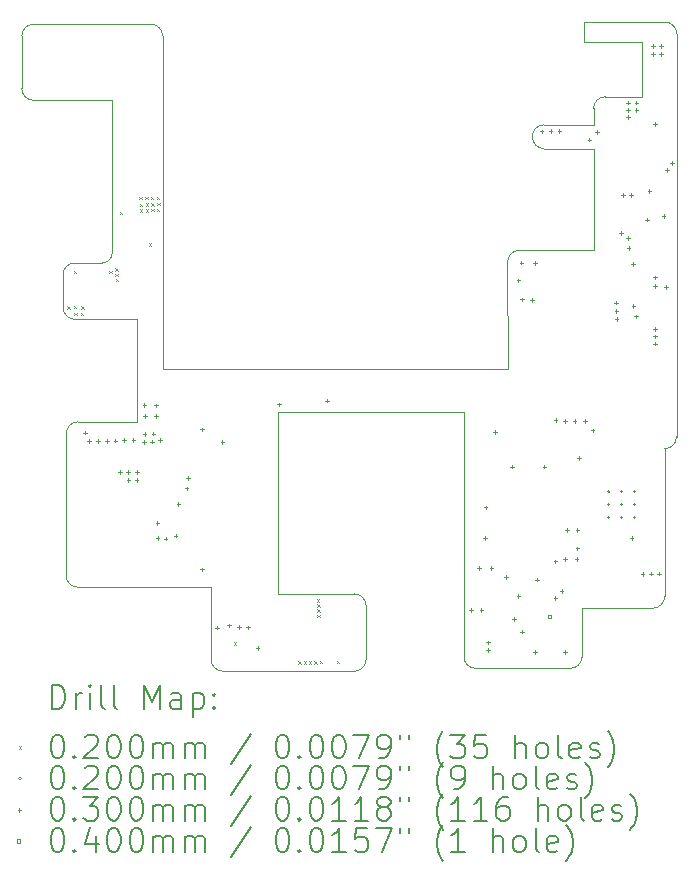
<source format=gbr>
%TF.GenerationSoftware,KiCad,Pcbnew,8.0.4*%
%TF.CreationDate,2024-09-14T14:47:00+02:00*%
%TF.ProjectId,WiiRegStripLite,57696952-6567-4537-9472-69704c697465,rev?*%
%TF.SameCoordinates,Original*%
%TF.FileFunction,Drillmap*%
%TF.FilePolarity,Positive*%
%FSLAX45Y45*%
G04 Gerber Fmt 4.5, Leading zero omitted, Abs format (unit mm)*
G04 Created by KiCad (PCBNEW 8.0.4) date 2024-09-14 14:47:00*
%MOMM*%
%LPD*%
G01*
G04 APERTURE LIST*
%ADD10C,0.100000*%
%ADD11C,0.200000*%
G04 APERTURE END LIST*
D10*
X18791684Y-10347000D02*
G75*
G02*
X18891680Y-10447316I-4J-100000D01*
G01*
X18188000Y-11079000D02*
G75*
G02*
X18288000Y-10979000I100000J0D01*
G01*
X17769000Y-11419000D02*
G75*
G02*
X17669000Y-11319000I0J100000D01*
G01*
X17669000Y-11317000D02*
G75*
G02*
X17769000Y-11217000I100000J0D01*
G01*
X18890000Y-13860000D02*
G75*
G02*
X18790000Y-13960000I-100000J0D01*
G01*
X18790000Y-15210000D02*
G75*
G02*
X18690000Y-15310000I-100000J0D01*
G01*
X18090000Y-15720000D02*
G75*
G02*
X17990000Y-15820000I-100000J0D01*
G01*
X17190000Y-15820000D02*
G75*
G02*
X17090000Y-15720000I0J100000D01*
G01*
X17459025Y-12380287D02*
G75*
G02*
X17559286Y-12280265I99995J27D01*
G01*
X13695998Y-12486960D02*
G75*
G02*
X13795960Y-12386958I100002J0D01*
G01*
X13795880Y-12864114D02*
G75*
G02*
X13695986Y-12764123I110J100004D01*
G01*
X13722929Y-13831805D02*
G75*
G02*
X13822805Y-13731879I100001J-75D01*
G01*
X13822071Y-15133000D02*
G75*
G02*
X13722070Y-15032929I-1J100000D01*
G01*
X15050000Y-15844000D02*
G75*
G02*
X14950000Y-15744000I0J100000D01*
G01*
X18308000Y-10979000D02*
X18288000Y-10979000D01*
X16161581Y-15844024D02*
X15854307Y-15844024D01*
X14017540Y-12386878D02*
X13795960Y-12386962D01*
X14017540Y-12386878D02*
X14027482Y-12386878D01*
X18890000Y-10980000D02*
X18890000Y-13860000D01*
X13446379Y-11009441D02*
G75*
G02*
X13346379Y-10909455I1J100001D01*
G01*
X13346379Y-10909455D02*
X13346318Y-10465420D01*
X14539251Y-10465406D02*
X14539251Y-13284230D01*
X15854307Y-15844000D02*
X15050000Y-15844000D01*
X14112482Y-11009440D02*
X14112482Y-12301878D01*
X18599000Y-10347000D02*
X18791684Y-10347000D01*
X13695998Y-12486960D02*
X13695991Y-12764123D01*
X14032608Y-12864378D02*
X13795880Y-12864114D01*
X18191000Y-11419000D02*
X17769000Y-11419000D01*
X15514175Y-13648542D02*
X17090001Y-13648542D01*
X17090000Y-15240000D02*
X17090000Y-15720000D01*
X18090000Y-12280000D02*
X17667358Y-12280544D01*
X16261581Y-15744024D02*
X16261581Y-15288542D01*
X13446318Y-10365406D02*
X14439251Y-10365406D01*
X18690000Y-15310000D02*
X18090000Y-15310000D01*
X18108000Y-10346000D02*
X18308000Y-10346000D01*
X17459251Y-13284230D02*
X17459025Y-12380287D01*
X17190000Y-15820000D02*
X17990000Y-15820000D01*
X17769000Y-11217000D02*
X18188000Y-11217000D01*
X18188000Y-11217000D02*
X18188000Y-11079000D01*
X14112482Y-12301878D02*
G75*
G02*
X14027482Y-12386882I-85002J-2D01*
G01*
X15514175Y-15188542D02*
X15514175Y-13648542D01*
X13722929Y-13831805D02*
X13722071Y-15032929D01*
X14539251Y-13284230D02*
X17459251Y-13284230D01*
X17667358Y-12280544D02*
X17559286Y-12280262D01*
X18190000Y-12280000D02*
X18191000Y-11419000D01*
X13446379Y-11009441D02*
X14112482Y-11009441D01*
X18599000Y-10347000D02*
X18308000Y-10346000D01*
X16161581Y-15188542D02*
G75*
G02*
X16261578Y-15288542I-2J-99998D01*
G01*
X16161581Y-15188542D02*
X15514175Y-15188542D01*
X18890000Y-10980000D02*
X18891683Y-10447316D01*
X18790000Y-13960000D02*
X18790000Y-15210000D01*
X16261581Y-15744024D02*
G75*
G02*
X16161581Y-15844031I-99992J-16D01*
G01*
X17669000Y-11319000D02*
X17669000Y-11317000D01*
X18188000Y-10516000D02*
X18108000Y-10516000D01*
X14324358Y-12864378D02*
X14032608Y-12864378D01*
X18599000Y-10515000D02*
X18599000Y-10979500D01*
X14950000Y-15133000D02*
X14950000Y-15744000D01*
X18090000Y-15310000D02*
X18090000Y-15720000D01*
X18090000Y-12280000D02*
X18190000Y-12280000D01*
X18308000Y-10979000D02*
X18599000Y-10979500D01*
X17090001Y-13648542D02*
X17090000Y-15240000D01*
X13822071Y-15133000D02*
X14950000Y-15133000D01*
X14439251Y-10365406D02*
G75*
G02*
X14539254Y-10465406I-1J-100004D01*
G01*
X18108000Y-10516000D02*
X18108000Y-10346000D01*
X14324358Y-13731255D02*
X13822805Y-13731876D01*
X13346318Y-10465420D02*
G75*
G02*
X13446318Y-10365409I100002J10D01*
G01*
X14324358Y-12864378D02*
X14324358Y-13731255D01*
X18188000Y-10516000D02*
X18599000Y-10515000D01*
D11*
D10*
X13732000Y-12753000D02*
X13752000Y-12773000D01*
X13752000Y-12753000D02*
X13732000Y-12773000D01*
X13789000Y-12454000D02*
X13809000Y-12474000D01*
X13809000Y-12454000D02*
X13789000Y-12474000D01*
X13789000Y-12752000D02*
X13809000Y-12772000D01*
X13809000Y-12752000D02*
X13789000Y-12772000D01*
X13790000Y-12809000D02*
X13810000Y-12829000D01*
X13810000Y-12809000D02*
X13790000Y-12829000D01*
X13846000Y-12809000D02*
X13866000Y-12829000D01*
X13866000Y-12809000D02*
X13846000Y-12829000D01*
X13850000Y-12753000D02*
X13870000Y-12773000D01*
X13870000Y-12753000D02*
X13850000Y-12773000D01*
X14087000Y-12451000D02*
X14107000Y-12471000D01*
X14107000Y-12451000D02*
X14087000Y-12471000D01*
X14138000Y-12432000D02*
X14158000Y-12452000D01*
X14158000Y-12432000D02*
X14138000Y-12452000D01*
X14139000Y-12479000D02*
X14159000Y-12499000D01*
X14159000Y-12479000D02*
X14139000Y-12499000D01*
X14142000Y-12523000D02*
X14162000Y-12543000D01*
X14162000Y-12523000D02*
X14142000Y-12543000D01*
X14176500Y-11954895D02*
X14196500Y-11974895D01*
X14196500Y-11954895D02*
X14176500Y-11974895D01*
X14343000Y-11826000D02*
X14363000Y-11846000D01*
X14363000Y-11826000D02*
X14343000Y-11846000D01*
X14344000Y-11884000D02*
X14364000Y-11904000D01*
X14364000Y-11884000D02*
X14344000Y-11904000D01*
X14346000Y-11932000D02*
X14366000Y-11952000D01*
X14366000Y-11932000D02*
X14346000Y-11952000D01*
X14393000Y-11825000D02*
X14413000Y-11845000D01*
X14413000Y-11825000D02*
X14393000Y-11845000D01*
X14396000Y-11883000D02*
X14416000Y-11903000D01*
X14416000Y-11883000D02*
X14396000Y-11903000D01*
X14397000Y-11933000D02*
X14417000Y-11953000D01*
X14417000Y-11933000D02*
X14397000Y-11953000D01*
X14423000Y-12220000D02*
X14443000Y-12240000D01*
X14443000Y-12220000D02*
X14423000Y-12240000D01*
X14441000Y-11825000D02*
X14461000Y-11845000D01*
X14461000Y-11825000D02*
X14441000Y-11845000D01*
X14442000Y-11881000D02*
X14462000Y-11901000D01*
X14462000Y-11881000D02*
X14442000Y-11901000D01*
X14442000Y-11930000D02*
X14462000Y-11950000D01*
X14462000Y-11930000D02*
X14442000Y-11950000D01*
X14491000Y-11825000D02*
X14511000Y-11845000D01*
X14511000Y-11825000D02*
X14491000Y-11845000D01*
X14491000Y-11930000D02*
X14511000Y-11950000D01*
X14511000Y-11930000D02*
X14491000Y-11950000D01*
X14493000Y-11879000D02*
X14513000Y-11899000D01*
X14513000Y-11879000D02*
X14493000Y-11899000D01*
X15140000Y-15598000D02*
X15160000Y-15618000D01*
X15160000Y-15598000D02*
X15140000Y-15618000D01*
X15687000Y-15759000D02*
X15707000Y-15779000D01*
X15707000Y-15759000D02*
X15687000Y-15779000D01*
X15733000Y-15759000D02*
X15753000Y-15779000D01*
X15753000Y-15759000D02*
X15733000Y-15779000D01*
X15779000Y-15759000D02*
X15799000Y-15779000D01*
X15799000Y-15759000D02*
X15779000Y-15779000D01*
X15823000Y-15760000D02*
X15843000Y-15780000D01*
X15843000Y-15760000D02*
X15823000Y-15780000D01*
X15846000Y-15235000D02*
X15866000Y-15255000D01*
X15866000Y-15235000D02*
X15846000Y-15255000D01*
X15849000Y-15277000D02*
X15869000Y-15297000D01*
X15869000Y-15277000D02*
X15849000Y-15297000D01*
X15849000Y-15319000D02*
X15869000Y-15339000D01*
X15869000Y-15319000D02*
X15849000Y-15339000D01*
X15849000Y-15364000D02*
X15869000Y-15384000D01*
X15869000Y-15364000D02*
X15849000Y-15384000D01*
X15870000Y-15758000D02*
X15890000Y-15778000D01*
X15890000Y-15758000D02*
X15870000Y-15778000D01*
X16015000Y-15758000D02*
X16035000Y-15778000D01*
X16035000Y-15758000D02*
X16015000Y-15778000D01*
X18325000Y-14324000D02*
G75*
G02*
X18305000Y-14324000I-10000J0D01*
G01*
X18305000Y-14324000D02*
G75*
G02*
X18325000Y-14324000I10000J0D01*
G01*
X18325000Y-14434000D02*
G75*
G02*
X18305000Y-14434000I-10000J0D01*
G01*
X18305000Y-14434000D02*
G75*
G02*
X18325000Y-14434000I10000J0D01*
G01*
X18325000Y-14544000D02*
G75*
G02*
X18305000Y-14544000I-10000J0D01*
G01*
X18305000Y-14544000D02*
G75*
G02*
X18325000Y-14544000I10000J0D01*
G01*
X18435000Y-14324000D02*
G75*
G02*
X18415000Y-14324000I-10000J0D01*
G01*
X18415000Y-14324000D02*
G75*
G02*
X18435000Y-14324000I10000J0D01*
G01*
X18435000Y-14434000D02*
G75*
G02*
X18415000Y-14434000I-10000J0D01*
G01*
X18415000Y-14434000D02*
G75*
G02*
X18435000Y-14434000I10000J0D01*
G01*
X18435000Y-14544000D02*
G75*
G02*
X18415000Y-14544000I-10000J0D01*
G01*
X18415000Y-14544000D02*
G75*
G02*
X18435000Y-14544000I10000J0D01*
G01*
X18545000Y-14324000D02*
G75*
G02*
X18525000Y-14324000I-10000J0D01*
G01*
X18525000Y-14324000D02*
G75*
G02*
X18545000Y-14324000I10000J0D01*
G01*
X18545000Y-14434000D02*
G75*
G02*
X18525000Y-14434000I-10000J0D01*
G01*
X18525000Y-14434000D02*
G75*
G02*
X18545000Y-14434000I10000J0D01*
G01*
X18545000Y-14544000D02*
G75*
G02*
X18525000Y-14544000I-10000J0D01*
G01*
X18525000Y-14544000D02*
G75*
G02*
X18545000Y-14544000I10000J0D01*
G01*
X13881000Y-13808000D02*
X13881000Y-13838000D01*
X13866000Y-13823000D02*
X13896000Y-13823000D01*
X13916000Y-13880000D02*
X13916000Y-13910000D01*
X13901000Y-13895000D02*
X13931000Y-13895000D01*
X13992000Y-13880000D02*
X13992000Y-13910000D01*
X13977000Y-13895000D02*
X14007000Y-13895000D01*
X14067000Y-13881000D02*
X14067000Y-13911000D01*
X14052000Y-13896000D02*
X14082000Y-13896000D01*
X14140000Y-13877000D02*
X14140000Y-13907000D01*
X14125000Y-13892000D02*
X14155000Y-13892000D01*
X14179000Y-14144000D02*
X14179000Y-14174000D01*
X14164000Y-14159000D02*
X14194000Y-14159000D01*
X14213000Y-13872000D02*
X14213000Y-13902000D01*
X14198000Y-13887000D02*
X14228000Y-13887000D01*
X14244000Y-14140000D02*
X14244000Y-14170000D01*
X14229000Y-14155000D02*
X14259000Y-14155000D01*
X14250000Y-14208000D02*
X14250000Y-14238000D01*
X14235000Y-14223000D02*
X14265000Y-14223000D01*
X14292000Y-13873000D02*
X14292000Y-13903000D01*
X14277000Y-13888000D02*
X14307000Y-13888000D01*
X14318000Y-14211000D02*
X14318000Y-14241000D01*
X14303000Y-14226000D02*
X14333000Y-14226000D01*
X14321000Y-14143000D02*
X14321000Y-14173000D01*
X14306000Y-14158000D02*
X14336000Y-14158000D01*
X14382000Y-13887000D02*
X14382000Y-13917000D01*
X14367000Y-13902000D02*
X14397000Y-13902000D01*
X14385000Y-13576000D02*
X14385000Y-13606000D01*
X14370000Y-13591000D02*
X14400000Y-13591000D01*
X14386000Y-13818000D02*
X14386000Y-13848000D01*
X14371000Y-13833000D02*
X14401000Y-13833000D01*
X14390000Y-13669000D02*
X14390000Y-13699000D01*
X14375000Y-13684000D02*
X14405000Y-13684000D01*
X14449000Y-13884000D02*
X14449000Y-13914000D01*
X14434000Y-13899000D02*
X14464000Y-13899000D01*
X14460000Y-13817000D02*
X14460000Y-13847000D01*
X14445000Y-13832000D02*
X14475000Y-13832000D01*
X14481000Y-13669000D02*
X14481000Y-13699000D01*
X14466000Y-13684000D02*
X14496000Y-13684000D01*
X14485000Y-13578000D02*
X14485000Y-13608000D01*
X14470000Y-13593000D02*
X14500000Y-13593000D01*
X14494000Y-14575000D02*
X14494000Y-14605000D01*
X14479000Y-14590000D02*
X14509000Y-14590000D01*
X14496000Y-14702000D02*
X14496000Y-14732000D01*
X14481000Y-14717000D02*
X14511000Y-14717000D01*
X14515000Y-13871000D02*
X14515000Y-13901000D01*
X14500000Y-13886000D02*
X14530000Y-13886000D01*
X14565000Y-14706000D02*
X14565000Y-14736000D01*
X14550000Y-14721000D02*
X14580000Y-14721000D01*
X14649000Y-14681000D02*
X14649000Y-14711000D01*
X14634000Y-14696000D02*
X14664000Y-14696000D01*
X14673000Y-14415000D02*
X14673000Y-14445000D01*
X14658000Y-14430000D02*
X14688000Y-14430000D01*
X14742000Y-14280000D02*
X14742000Y-14310000D01*
X14727000Y-14295000D02*
X14757000Y-14295000D01*
X14753000Y-14194000D02*
X14753000Y-14224000D01*
X14738000Y-14209000D02*
X14768000Y-14209000D01*
X14873000Y-14967000D02*
X14873000Y-14997000D01*
X14858000Y-14982000D02*
X14888000Y-14982000D01*
X14874000Y-13781000D02*
X14874000Y-13811000D01*
X14859000Y-13796000D02*
X14889000Y-13796000D01*
X14997733Y-15458586D02*
X14997733Y-15488586D01*
X14982733Y-15473586D02*
X15012733Y-15473586D01*
X15045000Y-13887000D02*
X15045000Y-13917000D01*
X15030000Y-13902000D02*
X15060000Y-13902000D01*
X15101172Y-15440000D02*
X15101172Y-15470000D01*
X15086172Y-15455000D02*
X15116172Y-15455000D01*
X15186086Y-15452259D02*
X15186086Y-15482259D01*
X15171086Y-15467259D02*
X15201086Y-15467259D01*
X15260000Y-15458000D02*
X15260000Y-15488000D01*
X15245000Y-15473000D02*
X15275000Y-15473000D01*
X15343000Y-15632000D02*
X15343000Y-15662000D01*
X15328000Y-15647000D02*
X15358000Y-15647000D01*
X15526000Y-13569000D02*
X15526000Y-13599000D01*
X15511000Y-13584000D02*
X15541000Y-13584000D01*
X15930147Y-13537000D02*
X15930147Y-13567000D01*
X15915147Y-13552000D02*
X15945147Y-13552000D01*
X17152000Y-15310000D02*
X17152000Y-15340000D01*
X17137000Y-15325000D02*
X17167000Y-15325000D01*
X17216000Y-14954000D02*
X17216000Y-14984000D01*
X17201000Y-14969000D02*
X17231000Y-14969000D01*
X17238000Y-15310000D02*
X17238000Y-15340000D01*
X17223000Y-15325000D02*
X17253000Y-15325000D01*
X17268000Y-14699000D02*
X17268000Y-14729000D01*
X17253000Y-14714000D02*
X17283000Y-14714000D01*
X17273000Y-14441000D02*
X17273000Y-14471000D01*
X17258000Y-14456000D02*
X17288000Y-14456000D01*
X17293000Y-15584000D02*
X17293000Y-15614000D01*
X17278000Y-15599000D02*
X17308000Y-15599000D01*
X17293000Y-15651000D02*
X17293000Y-15681000D01*
X17278000Y-15666000D02*
X17308000Y-15666000D01*
X17323000Y-14955000D02*
X17323000Y-14985000D01*
X17308000Y-14970000D02*
X17338000Y-14970000D01*
X17355142Y-13803858D02*
X17355142Y-13833858D01*
X17340142Y-13818858D02*
X17370142Y-13818858D01*
X17446000Y-15029000D02*
X17446000Y-15059000D01*
X17431000Y-15044000D02*
X17461000Y-15044000D01*
X17496500Y-14096000D02*
X17496500Y-14126000D01*
X17481500Y-14111000D02*
X17511500Y-14111000D01*
X17516000Y-15385000D02*
X17516000Y-15415000D01*
X17501000Y-15400000D02*
X17531000Y-15400000D01*
X17551000Y-12519000D02*
X17551000Y-12549000D01*
X17536000Y-12534000D02*
X17566000Y-12534000D01*
X17551000Y-15190280D02*
X17551000Y-15220280D01*
X17536000Y-15205280D02*
X17566000Y-15205280D01*
X17576000Y-12370000D02*
X17576000Y-12400000D01*
X17561000Y-12385000D02*
X17591000Y-12385000D01*
X17580000Y-12681000D02*
X17580000Y-12711000D01*
X17565000Y-12696000D02*
X17595000Y-12696000D01*
X17583000Y-15493000D02*
X17583000Y-15523000D01*
X17568000Y-15508000D02*
X17598000Y-15508000D01*
X17667000Y-12685000D02*
X17667000Y-12715000D01*
X17652000Y-12700000D02*
X17682000Y-12700000D01*
X17690000Y-12372000D02*
X17690000Y-12402000D01*
X17675000Y-12387000D02*
X17705000Y-12387000D01*
X17692000Y-15666000D02*
X17692000Y-15696000D01*
X17677000Y-15681000D02*
X17707000Y-15681000D01*
X17709000Y-15054000D02*
X17709000Y-15084000D01*
X17694000Y-15069000D02*
X17724000Y-15069000D01*
X17747000Y-11259000D02*
X17747000Y-11289000D01*
X17732000Y-11274000D02*
X17762000Y-11274000D01*
X17772000Y-14096000D02*
X17772000Y-14126000D01*
X17757000Y-14111000D02*
X17787000Y-14111000D01*
X17824000Y-11257000D02*
X17824000Y-11287000D01*
X17809000Y-11272000D02*
X17839000Y-11272000D01*
X17864000Y-14898000D02*
X17864000Y-14928000D01*
X17849000Y-14913000D02*
X17879000Y-14913000D01*
X17864000Y-15211000D02*
X17864000Y-15241000D01*
X17849000Y-15226000D02*
X17879000Y-15226000D01*
X17867000Y-13702000D02*
X17867000Y-13732000D01*
X17852000Y-13717000D02*
X17882000Y-13717000D01*
X17898000Y-11255000D02*
X17898000Y-11285000D01*
X17883000Y-11270000D02*
X17913000Y-11270000D01*
X17917000Y-15150000D02*
X17917000Y-15180000D01*
X17902000Y-15165000D02*
X17932000Y-15165000D01*
X17944000Y-13710000D02*
X17944000Y-13740000D01*
X17929000Y-13725000D02*
X17959000Y-13725000D01*
X17947000Y-14880000D02*
X17947000Y-14910000D01*
X17932000Y-14895000D02*
X17962000Y-14895000D01*
X17947000Y-15666000D02*
X17947000Y-15696000D01*
X17932000Y-15681000D02*
X17962000Y-15681000D01*
X17961500Y-14633000D02*
X17961500Y-14663000D01*
X17946500Y-14648000D02*
X17976500Y-14648000D01*
X18027000Y-13708000D02*
X18027000Y-13738000D01*
X18012000Y-13723000D02*
X18042000Y-13723000D01*
X18045000Y-14878000D02*
X18045000Y-14908000D01*
X18030000Y-14893000D02*
X18060000Y-14893000D01*
X18050000Y-14632000D02*
X18050000Y-14662000D01*
X18035000Y-14647000D02*
X18065000Y-14647000D01*
X18050000Y-14789000D02*
X18050000Y-14819000D01*
X18035000Y-14804000D02*
X18065000Y-14804000D01*
X18063000Y-14023000D02*
X18063000Y-14053000D01*
X18048000Y-14038000D02*
X18078000Y-14038000D01*
X18113000Y-13708000D02*
X18113000Y-13738000D01*
X18098000Y-13723000D02*
X18128000Y-13723000D01*
X18153000Y-11328000D02*
X18153000Y-11358000D01*
X18138000Y-11343000D02*
X18168000Y-11343000D01*
X18180000Y-13789000D02*
X18180000Y-13819000D01*
X18165000Y-13804000D02*
X18195000Y-13804000D01*
X18215000Y-11262000D02*
X18215000Y-11292000D01*
X18200000Y-11277000D02*
X18230000Y-11277000D01*
X18380000Y-12707000D02*
X18380000Y-12737000D01*
X18365000Y-12722000D02*
X18395000Y-12722000D01*
X18381000Y-12781000D02*
X18381000Y-12811000D01*
X18366000Y-12796000D02*
X18396000Y-12796000D01*
X18383000Y-12845000D02*
X18383000Y-12875000D01*
X18368000Y-12860000D02*
X18398000Y-12860000D01*
X18421000Y-12117000D02*
X18421000Y-12147000D01*
X18406000Y-12132000D02*
X18436000Y-12132000D01*
X18435000Y-11796000D02*
X18435000Y-11826000D01*
X18420000Y-11811000D02*
X18450000Y-11811000D01*
X18480000Y-11015000D02*
X18480000Y-11045000D01*
X18465000Y-11030000D02*
X18495000Y-11030000D01*
X18480000Y-11075000D02*
X18480000Y-11105000D01*
X18465000Y-11090000D02*
X18495000Y-11090000D01*
X18480000Y-11135000D02*
X18480000Y-11165000D01*
X18465000Y-11150000D02*
X18495000Y-11150000D01*
X18480000Y-12163000D02*
X18480000Y-12193000D01*
X18465000Y-12178000D02*
X18495000Y-12178000D01*
X18485000Y-12245000D02*
X18485000Y-12275000D01*
X18470000Y-12260000D02*
X18500000Y-12260000D01*
X18504000Y-11797000D02*
X18504000Y-11827000D01*
X18489000Y-11812000D02*
X18519000Y-11812000D01*
X18510000Y-14703000D02*
X18510000Y-14733000D01*
X18495000Y-14718000D02*
X18525000Y-14718000D01*
X18522000Y-12381000D02*
X18522000Y-12411000D01*
X18507000Y-12396000D02*
X18537000Y-12396000D01*
X18524000Y-12737000D02*
X18524000Y-12767000D01*
X18509000Y-12752000D02*
X18539000Y-12752000D01*
X18549128Y-12823887D02*
X18549128Y-12853887D01*
X18534128Y-12838887D02*
X18564128Y-12838887D01*
X18550000Y-11015000D02*
X18550000Y-11045000D01*
X18535000Y-11030000D02*
X18565000Y-11030000D01*
X18550000Y-11075000D02*
X18550000Y-11105000D01*
X18535000Y-11090000D02*
X18565000Y-11090000D01*
X18604000Y-15007000D02*
X18604000Y-15037000D01*
X18589000Y-15022000D02*
X18619000Y-15022000D01*
X18640000Y-12005000D02*
X18640000Y-12035000D01*
X18625000Y-12020000D02*
X18655000Y-12020000D01*
X18660000Y-11765000D02*
X18660000Y-11795000D01*
X18645000Y-11780000D02*
X18675000Y-11780000D01*
X18673000Y-15002000D02*
X18673000Y-15032000D01*
X18658000Y-15017000D02*
X18688000Y-15017000D01*
X18690000Y-10535000D02*
X18690000Y-10565000D01*
X18675000Y-10550000D02*
X18705000Y-10550000D01*
X18690000Y-10605000D02*
X18690000Y-10635000D01*
X18675000Y-10620000D02*
X18705000Y-10620000D01*
X18706000Y-12931000D02*
X18706000Y-12961000D01*
X18691000Y-12946000D02*
X18721000Y-12946000D01*
X18708000Y-12993000D02*
X18708000Y-13023000D01*
X18693000Y-13008000D02*
X18723000Y-13008000D01*
X18710000Y-11195000D02*
X18710000Y-11225000D01*
X18695000Y-11210000D02*
X18725000Y-11210000D01*
X18710000Y-12495000D02*
X18710000Y-12525000D01*
X18695000Y-12510000D02*
X18725000Y-12510000D01*
X18710000Y-12565000D02*
X18710000Y-12595000D01*
X18695000Y-12580000D02*
X18725000Y-12580000D01*
X18710000Y-13055000D02*
X18710000Y-13085000D01*
X18695000Y-13070000D02*
X18725000Y-13070000D01*
X18740000Y-15002000D02*
X18740000Y-15032000D01*
X18725000Y-15017000D02*
X18755000Y-15017000D01*
X18760000Y-10535000D02*
X18760000Y-10565000D01*
X18745000Y-10550000D02*
X18775000Y-10550000D01*
X18760000Y-10605000D02*
X18760000Y-10635000D01*
X18745000Y-10620000D02*
X18775000Y-10620000D01*
X18780000Y-11975000D02*
X18780000Y-12005000D01*
X18765000Y-11990000D02*
X18795000Y-11990000D01*
X18800000Y-12575000D02*
X18800000Y-12605000D01*
X18785000Y-12590000D02*
X18815000Y-12590000D01*
X18810000Y-11585000D02*
X18810000Y-11615000D01*
X18795000Y-11600000D02*
X18825000Y-11600000D01*
X18850000Y-11525000D02*
X18850000Y-11555000D01*
X18835000Y-11540000D02*
X18865000Y-11540000D01*
X17826142Y-15397142D02*
X17826142Y-15368858D01*
X17797858Y-15368858D01*
X17797858Y-15397142D01*
X17826142Y-15397142D01*
D11*
X13602095Y-16160515D02*
X13602095Y-15960515D01*
X13602095Y-15960515D02*
X13649714Y-15960515D01*
X13649714Y-15960515D02*
X13678286Y-15970039D01*
X13678286Y-15970039D02*
X13697333Y-15989087D01*
X13697333Y-15989087D02*
X13706857Y-16008134D01*
X13706857Y-16008134D02*
X13716381Y-16046229D01*
X13716381Y-16046229D02*
X13716381Y-16074801D01*
X13716381Y-16074801D02*
X13706857Y-16112896D01*
X13706857Y-16112896D02*
X13697333Y-16131944D01*
X13697333Y-16131944D02*
X13678286Y-16150991D01*
X13678286Y-16150991D02*
X13649714Y-16160515D01*
X13649714Y-16160515D02*
X13602095Y-16160515D01*
X13802095Y-16160515D02*
X13802095Y-16027182D01*
X13802095Y-16065277D02*
X13811619Y-16046229D01*
X13811619Y-16046229D02*
X13821143Y-16036706D01*
X13821143Y-16036706D02*
X13840190Y-16027182D01*
X13840190Y-16027182D02*
X13859238Y-16027182D01*
X13925905Y-16160515D02*
X13925905Y-16027182D01*
X13925905Y-15960515D02*
X13916381Y-15970039D01*
X13916381Y-15970039D02*
X13925905Y-15979563D01*
X13925905Y-15979563D02*
X13935429Y-15970039D01*
X13935429Y-15970039D02*
X13925905Y-15960515D01*
X13925905Y-15960515D02*
X13925905Y-15979563D01*
X14049714Y-16160515D02*
X14030667Y-16150991D01*
X14030667Y-16150991D02*
X14021143Y-16131944D01*
X14021143Y-16131944D02*
X14021143Y-15960515D01*
X14154476Y-16160515D02*
X14135429Y-16150991D01*
X14135429Y-16150991D02*
X14125905Y-16131944D01*
X14125905Y-16131944D02*
X14125905Y-15960515D01*
X14383048Y-16160515D02*
X14383048Y-15960515D01*
X14383048Y-15960515D02*
X14449714Y-16103372D01*
X14449714Y-16103372D02*
X14516381Y-15960515D01*
X14516381Y-15960515D02*
X14516381Y-16160515D01*
X14697333Y-16160515D02*
X14697333Y-16055753D01*
X14697333Y-16055753D02*
X14687810Y-16036706D01*
X14687810Y-16036706D02*
X14668762Y-16027182D01*
X14668762Y-16027182D02*
X14630667Y-16027182D01*
X14630667Y-16027182D02*
X14611619Y-16036706D01*
X14697333Y-16150991D02*
X14678286Y-16160515D01*
X14678286Y-16160515D02*
X14630667Y-16160515D01*
X14630667Y-16160515D02*
X14611619Y-16150991D01*
X14611619Y-16150991D02*
X14602095Y-16131944D01*
X14602095Y-16131944D02*
X14602095Y-16112896D01*
X14602095Y-16112896D02*
X14611619Y-16093849D01*
X14611619Y-16093849D02*
X14630667Y-16084325D01*
X14630667Y-16084325D02*
X14678286Y-16084325D01*
X14678286Y-16084325D02*
X14697333Y-16074801D01*
X14792571Y-16027182D02*
X14792571Y-16227182D01*
X14792571Y-16036706D02*
X14811619Y-16027182D01*
X14811619Y-16027182D02*
X14849714Y-16027182D01*
X14849714Y-16027182D02*
X14868762Y-16036706D01*
X14868762Y-16036706D02*
X14878286Y-16046229D01*
X14878286Y-16046229D02*
X14887810Y-16065277D01*
X14887810Y-16065277D02*
X14887810Y-16122420D01*
X14887810Y-16122420D02*
X14878286Y-16141468D01*
X14878286Y-16141468D02*
X14868762Y-16150991D01*
X14868762Y-16150991D02*
X14849714Y-16160515D01*
X14849714Y-16160515D02*
X14811619Y-16160515D01*
X14811619Y-16160515D02*
X14792571Y-16150991D01*
X14973524Y-16141468D02*
X14983048Y-16150991D01*
X14983048Y-16150991D02*
X14973524Y-16160515D01*
X14973524Y-16160515D02*
X14964000Y-16150991D01*
X14964000Y-16150991D02*
X14973524Y-16141468D01*
X14973524Y-16141468D02*
X14973524Y-16160515D01*
X14973524Y-16036706D02*
X14983048Y-16046229D01*
X14983048Y-16046229D02*
X14973524Y-16055753D01*
X14973524Y-16055753D02*
X14964000Y-16046229D01*
X14964000Y-16046229D02*
X14973524Y-16036706D01*
X14973524Y-16036706D02*
X14973524Y-16055753D01*
D10*
X13321318Y-16479031D02*
X13341318Y-16499031D01*
X13341318Y-16479031D02*
X13321318Y-16499031D01*
D11*
X13640190Y-16380515D02*
X13659238Y-16380515D01*
X13659238Y-16380515D02*
X13678286Y-16390039D01*
X13678286Y-16390039D02*
X13687810Y-16399563D01*
X13687810Y-16399563D02*
X13697333Y-16418610D01*
X13697333Y-16418610D02*
X13706857Y-16456706D01*
X13706857Y-16456706D02*
X13706857Y-16504325D01*
X13706857Y-16504325D02*
X13697333Y-16542420D01*
X13697333Y-16542420D02*
X13687810Y-16561468D01*
X13687810Y-16561468D02*
X13678286Y-16570991D01*
X13678286Y-16570991D02*
X13659238Y-16580515D01*
X13659238Y-16580515D02*
X13640190Y-16580515D01*
X13640190Y-16580515D02*
X13621143Y-16570991D01*
X13621143Y-16570991D02*
X13611619Y-16561468D01*
X13611619Y-16561468D02*
X13602095Y-16542420D01*
X13602095Y-16542420D02*
X13592571Y-16504325D01*
X13592571Y-16504325D02*
X13592571Y-16456706D01*
X13592571Y-16456706D02*
X13602095Y-16418610D01*
X13602095Y-16418610D02*
X13611619Y-16399563D01*
X13611619Y-16399563D02*
X13621143Y-16390039D01*
X13621143Y-16390039D02*
X13640190Y-16380515D01*
X13792571Y-16561468D02*
X13802095Y-16570991D01*
X13802095Y-16570991D02*
X13792571Y-16580515D01*
X13792571Y-16580515D02*
X13783048Y-16570991D01*
X13783048Y-16570991D02*
X13792571Y-16561468D01*
X13792571Y-16561468D02*
X13792571Y-16580515D01*
X13878286Y-16399563D02*
X13887810Y-16390039D01*
X13887810Y-16390039D02*
X13906857Y-16380515D01*
X13906857Y-16380515D02*
X13954476Y-16380515D01*
X13954476Y-16380515D02*
X13973524Y-16390039D01*
X13973524Y-16390039D02*
X13983048Y-16399563D01*
X13983048Y-16399563D02*
X13992571Y-16418610D01*
X13992571Y-16418610D02*
X13992571Y-16437658D01*
X13992571Y-16437658D02*
X13983048Y-16466229D01*
X13983048Y-16466229D02*
X13868762Y-16580515D01*
X13868762Y-16580515D02*
X13992571Y-16580515D01*
X14116381Y-16380515D02*
X14135429Y-16380515D01*
X14135429Y-16380515D02*
X14154476Y-16390039D01*
X14154476Y-16390039D02*
X14164000Y-16399563D01*
X14164000Y-16399563D02*
X14173524Y-16418610D01*
X14173524Y-16418610D02*
X14183048Y-16456706D01*
X14183048Y-16456706D02*
X14183048Y-16504325D01*
X14183048Y-16504325D02*
X14173524Y-16542420D01*
X14173524Y-16542420D02*
X14164000Y-16561468D01*
X14164000Y-16561468D02*
X14154476Y-16570991D01*
X14154476Y-16570991D02*
X14135429Y-16580515D01*
X14135429Y-16580515D02*
X14116381Y-16580515D01*
X14116381Y-16580515D02*
X14097333Y-16570991D01*
X14097333Y-16570991D02*
X14087810Y-16561468D01*
X14087810Y-16561468D02*
X14078286Y-16542420D01*
X14078286Y-16542420D02*
X14068762Y-16504325D01*
X14068762Y-16504325D02*
X14068762Y-16456706D01*
X14068762Y-16456706D02*
X14078286Y-16418610D01*
X14078286Y-16418610D02*
X14087810Y-16399563D01*
X14087810Y-16399563D02*
X14097333Y-16390039D01*
X14097333Y-16390039D02*
X14116381Y-16380515D01*
X14306857Y-16380515D02*
X14325905Y-16380515D01*
X14325905Y-16380515D02*
X14344952Y-16390039D01*
X14344952Y-16390039D02*
X14354476Y-16399563D01*
X14354476Y-16399563D02*
X14364000Y-16418610D01*
X14364000Y-16418610D02*
X14373524Y-16456706D01*
X14373524Y-16456706D02*
X14373524Y-16504325D01*
X14373524Y-16504325D02*
X14364000Y-16542420D01*
X14364000Y-16542420D02*
X14354476Y-16561468D01*
X14354476Y-16561468D02*
X14344952Y-16570991D01*
X14344952Y-16570991D02*
X14325905Y-16580515D01*
X14325905Y-16580515D02*
X14306857Y-16580515D01*
X14306857Y-16580515D02*
X14287810Y-16570991D01*
X14287810Y-16570991D02*
X14278286Y-16561468D01*
X14278286Y-16561468D02*
X14268762Y-16542420D01*
X14268762Y-16542420D02*
X14259238Y-16504325D01*
X14259238Y-16504325D02*
X14259238Y-16456706D01*
X14259238Y-16456706D02*
X14268762Y-16418610D01*
X14268762Y-16418610D02*
X14278286Y-16399563D01*
X14278286Y-16399563D02*
X14287810Y-16390039D01*
X14287810Y-16390039D02*
X14306857Y-16380515D01*
X14459238Y-16580515D02*
X14459238Y-16447182D01*
X14459238Y-16466229D02*
X14468762Y-16456706D01*
X14468762Y-16456706D02*
X14487810Y-16447182D01*
X14487810Y-16447182D02*
X14516381Y-16447182D01*
X14516381Y-16447182D02*
X14535429Y-16456706D01*
X14535429Y-16456706D02*
X14544952Y-16475753D01*
X14544952Y-16475753D02*
X14544952Y-16580515D01*
X14544952Y-16475753D02*
X14554476Y-16456706D01*
X14554476Y-16456706D02*
X14573524Y-16447182D01*
X14573524Y-16447182D02*
X14602095Y-16447182D01*
X14602095Y-16447182D02*
X14621143Y-16456706D01*
X14621143Y-16456706D02*
X14630667Y-16475753D01*
X14630667Y-16475753D02*
X14630667Y-16580515D01*
X14725905Y-16580515D02*
X14725905Y-16447182D01*
X14725905Y-16466229D02*
X14735429Y-16456706D01*
X14735429Y-16456706D02*
X14754476Y-16447182D01*
X14754476Y-16447182D02*
X14783048Y-16447182D01*
X14783048Y-16447182D02*
X14802095Y-16456706D01*
X14802095Y-16456706D02*
X14811619Y-16475753D01*
X14811619Y-16475753D02*
X14811619Y-16580515D01*
X14811619Y-16475753D02*
X14821143Y-16456706D01*
X14821143Y-16456706D02*
X14840191Y-16447182D01*
X14840191Y-16447182D02*
X14868762Y-16447182D01*
X14868762Y-16447182D02*
X14887810Y-16456706D01*
X14887810Y-16456706D02*
X14897333Y-16475753D01*
X14897333Y-16475753D02*
X14897333Y-16580515D01*
X15287810Y-16370991D02*
X15116381Y-16628134D01*
X15544953Y-16380515D02*
X15564000Y-16380515D01*
X15564000Y-16380515D02*
X15583048Y-16390039D01*
X15583048Y-16390039D02*
X15592572Y-16399563D01*
X15592572Y-16399563D02*
X15602095Y-16418610D01*
X15602095Y-16418610D02*
X15611619Y-16456706D01*
X15611619Y-16456706D02*
X15611619Y-16504325D01*
X15611619Y-16504325D02*
X15602095Y-16542420D01*
X15602095Y-16542420D02*
X15592572Y-16561468D01*
X15592572Y-16561468D02*
X15583048Y-16570991D01*
X15583048Y-16570991D02*
X15564000Y-16580515D01*
X15564000Y-16580515D02*
X15544953Y-16580515D01*
X15544953Y-16580515D02*
X15525905Y-16570991D01*
X15525905Y-16570991D02*
X15516381Y-16561468D01*
X15516381Y-16561468D02*
X15506857Y-16542420D01*
X15506857Y-16542420D02*
X15497334Y-16504325D01*
X15497334Y-16504325D02*
X15497334Y-16456706D01*
X15497334Y-16456706D02*
X15506857Y-16418610D01*
X15506857Y-16418610D02*
X15516381Y-16399563D01*
X15516381Y-16399563D02*
X15525905Y-16390039D01*
X15525905Y-16390039D02*
X15544953Y-16380515D01*
X15697334Y-16561468D02*
X15706857Y-16570991D01*
X15706857Y-16570991D02*
X15697334Y-16580515D01*
X15697334Y-16580515D02*
X15687810Y-16570991D01*
X15687810Y-16570991D02*
X15697334Y-16561468D01*
X15697334Y-16561468D02*
X15697334Y-16580515D01*
X15830667Y-16380515D02*
X15849715Y-16380515D01*
X15849715Y-16380515D02*
X15868762Y-16390039D01*
X15868762Y-16390039D02*
X15878286Y-16399563D01*
X15878286Y-16399563D02*
X15887810Y-16418610D01*
X15887810Y-16418610D02*
X15897334Y-16456706D01*
X15897334Y-16456706D02*
X15897334Y-16504325D01*
X15897334Y-16504325D02*
X15887810Y-16542420D01*
X15887810Y-16542420D02*
X15878286Y-16561468D01*
X15878286Y-16561468D02*
X15868762Y-16570991D01*
X15868762Y-16570991D02*
X15849715Y-16580515D01*
X15849715Y-16580515D02*
X15830667Y-16580515D01*
X15830667Y-16580515D02*
X15811619Y-16570991D01*
X15811619Y-16570991D02*
X15802095Y-16561468D01*
X15802095Y-16561468D02*
X15792572Y-16542420D01*
X15792572Y-16542420D02*
X15783048Y-16504325D01*
X15783048Y-16504325D02*
X15783048Y-16456706D01*
X15783048Y-16456706D02*
X15792572Y-16418610D01*
X15792572Y-16418610D02*
X15802095Y-16399563D01*
X15802095Y-16399563D02*
X15811619Y-16390039D01*
X15811619Y-16390039D02*
X15830667Y-16380515D01*
X16021143Y-16380515D02*
X16040191Y-16380515D01*
X16040191Y-16380515D02*
X16059238Y-16390039D01*
X16059238Y-16390039D02*
X16068762Y-16399563D01*
X16068762Y-16399563D02*
X16078286Y-16418610D01*
X16078286Y-16418610D02*
X16087810Y-16456706D01*
X16087810Y-16456706D02*
X16087810Y-16504325D01*
X16087810Y-16504325D02*
X16078286Y-16542420D01*
X16078286Y-16542420D02*
X16068762Y-16561468D01*
X16068762Y-16561468D02*
X16059238Y-16570991D01*
X16059238Y-16570991D02*
X16040191Y-16580515D01*
X16040191Y-16580515D02*
X16021143Y-16580515D01*
X16021143Y-16580515D02*
X16002095Y-16570991D01*
X16002095Y-16570991D02*
X15992572Y-16561468D01*
X15992572Y-16561468D02*
X15983048Y-16542420D01*
X15983048Y-16542420D02*
X15973524Y-16504325D01*
X15973524Y-16504325D02*
X15973524Y-16456706D01*
X15973524Y-16456706D02*
X15983048Y-16418610D01*
X15983048Y-16418610D02*
X15992572Y-16399563D01*
X15992572Y-16399563D02*
X16002095Y-16390039D01*
X16002095Y-16390039D02*
X16021143Y-16380515D01*
X16154476Y-16380515D02*
X16287810Y-16380515D01*
X16287810Y-16380515D02*
X16202095Y-16580515D01*
X16373524Y-16580515D02*
X16411619Y-16580515D01*
X16411619Y-16580515D02*
X16430667Y-16570991D01*
X16430667Y-16570991D02*
X16440191Y-16561468D01*
X16440191Y-16561468D02*
X16459238Y-16532896D01*
X16459238Y-16532896D02*
X16468762Y-16494801D01*
X16468762Y-16494801D02*
X16468762Y-16418610D01*
X16468762Y-16418610D02*
X16459238Y-16399563D01*
X16459238Y-16399563D02*
X16449715Y-16390039D01*
X16449715Y-16390039D02*
X16430667Y-16380515D01*
X16430667Y-16380515D02*
X16392572Y-16380515D01*
X16392572Y-16380515D02*
X16373524Y-16390039D01*
X16373524Y-16390039D02*
X16364000Y-16399563D01*
X16364000Y-16399563D02*
X16354476Y-16418610D01*
X16354476Y-16418610D02*
X16354476Y-16466229D01*
X16354476Y-16466229D02*
X16364000Y-16485277D01*
X16364000Y-16485277D02*
X16373524Y-16494801D01*
X16373524Y-16494801D02*
X16392572Y-16504325D01*
X16392572Y-16504325D02*
X16430667Y-16504325D01*
X16430667Y-16504325D02*
X16449715Y-16494801D01*
X16449715Y-16494801D02*
X16459238Y-16485277D01*
X16459238Y-16485277D02*
X16468762Y-16466229D01*
X16544953Y-16380515D02*
X16544953Y-16418610D01*
X16621143Y-16380515D02*
X16621143Y-16418610D01*
X16916381Y-16656706D02*
X16906858Y-16647182D01*
X16906858Y-16647182D02*
X16887810Y-16618610D01*
X16887810Y-16618610D02*
X16878286Y-16599563D01*
X16878286Y-16599563D02*
X16868762Y-16570991D01*
X16868762Y-16570991D02*
X16859239Y-16523372D01*
X16859239Y-16523372D02*
X16859239Y-16485277D01*
X16859239Y-16485277D02*
X16868762Y-16437658D01*
X16868762Y-16437658D02*
X16878286Y-16409087D01*
X16878286Y-16409087D02*
X16887810Y-16390039D01*
X16887810Y-16390039D02*
X16906858Y-16361468D01*
X16906858Y-16361468D02*
X16916381Y-16351944D01*
X16973524Y-16380515D02*
X17097334Y-16380515D01*
X17097334Y-16380515D02*
X17030667Y-16456706D01*
X17030667Y-16456706D02*
X17059239Y-16456706D01*
X17059239Y-16456706D02*
X17078286Y-16466229D01*
X17078286Y-16466229D02*
X17087810Y-16475753D01*
X17087810Y-16475753D02*
X17097334Y-16494801D01*
X17097334Y-16494801D02*
X17097334Y-16542420D01*
X17097334Y-16542420D02*
X17087810Y-16561468D01*
X17087810Y-16561468D02*
X17078286Y-16570991D01*
X17078286Y-16570991D02*
X17059239Y-16580515D01*
X17059239Y-16580515D02*
X17002096Y-16580515D01*
X17002096Y-16580515D02*
X16983048Y-16570991D01*
X16983048Y-16570991D02*
X16973524Y-16561468D01*
X17278286Y-16380515D02*
X17183048Y-16380515D01*
X17183048Y-16380515D02*
X17173524Y-16475753D01*
X17173524Y-16475753D02*
X17183048Y-16466229D01*
X17183048Y-16466229D02*
X17202096Y-16456706D01*
X17202096Y-16456706D02*
X17249715Y-16456706D01*
X17249715Y-16456706D02*
X17268762Y-16466229D01*
X17268762Y-16466229D02*
X17278286Y-16475753D01*
X17278286Y-16475753D02*
X17287810Y-16494801D01*
X17287810Y-16494801D02*
X17287810Y-16542420D01*
X17287810Y-16542420D02*
X17278286Y-16561468D01*
X17278286Y-16561468D02*
X17268762Y-16570991D01*
X17268762Y-16570991D02*
X17249715Y-16580515D01*
X17249715Y-16580515D02*
X17202096Y-16580515D01*
X17202096Y-16580515D02*
X17183048Y-16570991D01*
X17183048Y-16570991D02*
X17173524Y-16561468D01*
X17525905Y-16580515D02*
X17525905Y-16380515D01*
X17611620Y-16580515D02*
X17611620Y-16475753D01*
X17611620Y-16475753D02*
X17602096Y-16456706D01*
X17602096Y-16456706D02*
X17583048Y-16447182D01*
X17583048Y-16447182D02*
X17554477Y-16447182D01*
X17554477Y-16447182D02*
X17535429Y-16456706D01*
X17535429Y-16456706D02*
X17525905Y-16466229D01*
X17735429Y-16580515D02*
X17716381Y-16570991D01*
X17716381Y-16570991D02*
X17706858Y-16561468D01*
X17706858Y-16561468D02*
X17697334Y-16542420D01*
X17697334Y-16542420D02*
X17697334Y-16485277D01*
X17697334Y-16485277D02*
X17706858Y-16466229D01*
X17706858Y-16466229D02*
X17716381Y-16456706D01*
X17716381Y-16456706D02*
X17735429Y-16447182D01*
X17735429Y-16447182D02*
X17764001Y-16447182D01*
X17764001Y-16447182D02*
X17783048Y-16456706D01*
X17783048Y-16456706D02*
X17792572Y-16466229D01*
X17792572Y-16466229D02*
X17802096Y-16485277D01*
X17802096Y-16485277D02*
X17802096Y-16542420D01*
X17802096Y-16542420D02*
X17792572Y-16561468D01*
X17792572Y-16561468D02*
X17783048Y-16570991D01*
X17783048Y-16570991D02*
X17764001Y-16580515D01*
X17764001Y-16580515D02*
X17735429Y-16580515D01*
X17916381Y-16580515D02*
X17897334Y-16570991D01*
X17897334Y-16570991D02*
X17887810Y-16551944D01*
X17887810Y-16551944D02*
X17887810Y-16380515D01*
X18068762Y-16570991D02*
X18049715Y-16580515D01*
X18049715Y-16580515D02*
X18011620Y-16580515D01*
X18011620Y-16580515D02*
X17992572Y-16570991D01*
X17992572Y-16570991D02*
X17983048Y-16551944D01*
X17983048Y-16551944D02*
X17983048Y-16475753D01*
X17983048Y-16475753D02*
X17992572Y-16456706D01*
X17992572Y-16456706D02*
X18011620Y-16447182D01*
X18011620Y-16447182D02*
X18049715Y-16447182D01*
X18049715Y-16447182D02*
X18068762Y-16456706D01*
X18068762Y-16456706D02*
X18078286Y-16475753D01*
X18078286Y-16475753D02*
X18078286Y-16494801D01*
X18078286Y-16494801D02*
X17983048Y-16513849D01*
X18154477Y-16570991D02*
X18173524Y-16580515D01*
X18173524Y-16580515D02*
X18211620Y-16580515D01*
X18211620Y-16580515D02*
X18230667Y-16570991D01*
X18230667Y-16570991D02*
X18240191Y-16551944D01*
X18240191Y-16551944D02*
X18240191Y-16542420D01*
X18240191Y-16542420D02*
X18230667Y-16523372D01*
X18230667Y-16523372D02*
X18211620Y-16513849D01*
X18211620Y-16513849D02*
X18183048Y-16513849D01*
X18183048Y-16513849D02*
X18164001Y-16504325D01*
X18164001Y-16504325D02*
X18154477Y-16485277D01*
X18154477Y-16485277D02*
X18154477Y-16475753D01*
X18154477Y-16475753D02*
X18164001Y-16456706D01*
X18164001Y-16456706D02*
X18183048Y-16447182D01*
X18183048Y-16447182D02*
X18211620Y-16447182D01*
X18211620Y-16447182D02*
X18230667Y-16456706D01*
X18306858Y-16656706D02*
X18316382Y-16647182D01*
X18316382Y-16647182D02*
X18335429Y-16618610D01*
X18335429Y-16618610D02*
X18344953Y-16599563D01*
X18344953Y-16599563D02*
X18354477Y-16570991D01*
X18354477Y-16570991D02*
X18364001Y-16523372D01*
X18364001Y-16523372D02*
X18364001Y-16485277D01*
X18364001Y-16485277D02*
X18354477Y-16437658D01*
X18354477Y-16437658D02*
X18344953Y-16409087D01*
X18344953Y-16409087D02*
X18335429Y-16390039D01*
X18335429Y-16390039D02*
X18316382Y-16361468D01*
X18316382Y-16361468D02*
X18306858Y-16351944D01*
D10*
X13341318Y-16753031D02*
G75*
G02*
X13321318Y-16753031I-10000J0D01*
G01*
X13321318Y-16753031D02*
G75*
G02*
X13341318Y-16753031I10000J0D01*
G01*
D11*
X13640190Y-16644515D02*
X13659238Y-16644515D01*
X13659238Y-16644515D02*
X13678286Y-16654039D01*
X13678286Y-16654039D02*
X13687810Y-16663563D01*
X13687810Y-16663563D02*
X13697333Y-16682610D01*
X13697333Y-16682610D02*
X13706857Y-16720706D01*
X13706857Y-16720706D02*
X13706857Y-16768325D01*
X13706857Y-16768325D02*
X13697333Y-16806420D01*
X13697333Y-16806420D02*
X13687810Y-16825468D01*
X13687810Y-16825468D02*
X13678286Y-16834992D01*
X13678286Y-16834992D02*
X13659238Y-16844515D01*
X13659238Y-16844515D02*
X13640190Y-16844515D01*
X13640190Y-16844515D02*
X13621143Y-16834992D01*
X13621143Y-16834992D02*
X13611619Y-16825468D01*
X13611619Y-16825468D02*
X13602095Y-16806420D01*
X13602095Y-16806420D02*
X13592571Y-16768325D01*
X13592571Y-16768325D02*
X13592571Y-16720706D01*
X13592571Y-16720706D02*
X13602095Y-16682610D01*
X13602095Y-16682610D02*
X13611619Y-16663563D01*
X13611619Y-16663563D02*
X13621143Y-16654039D01*
X13621143Y-16654039D02*
X13640190Y-16644515D01*
X13792571Y-16825468D02*
X13802095Y-16834992D01*
X13802095Y-16834992D02*
X13792571Y-16844515D01*
X13792571Y-16844515D02*
X13783048Y-16834992D01*
X13783048Y-16834992D02*
X13792571Y-16825468D01*
X13792571Y-16825468D02*
X13792571Y-16844515D01*
X13878286Y-16663563D02*
X13887810Y-16654039D01*
X13887810Y-16654039D02*
X13906857Y-16644515D01*
X13906857Y-16644515D02*
X13954476Y-16644515D01*
X13954476Y-16644515D02*
X13973524Y-16654039D01*
X13973524Y-16654039D02*
X13983048Y-16663563D01*
X13983048Y-16663563D02*
X13992571Y-16682610D01*
X13992571Y-16682610D02*
X13992571Y-16701658D01*
X13992571Y-16701658D02*
X13983048Y-16730229D01*
X13983048Y-16730229D02*
X13868762Y-16844515D01*
X13868762Y-16844515D02*
X13992571Y-16844515D01*
X14116381Y-16644515D02*
X14135429Y-16644515D01*
X14135429Y-16644515D02*
X14154476Y-16654039D01*
X14154476Y-16654039D02*
X14164000Y-16663563D01*
X14164000Y-16663563D02*
X14173524Y-16682610D01*
X14173524Y-16682610D02*
X14183048Y-16720706D01*
X14183048Y-16720706D02*
X14183048Y-16768325D01*
X14183048Y-16768325D02*
X14173524Y-16806420D01*
X14173524Y-16806420D02*
X14164000Y-16825468D01*
X14164000Y-16825468D02*
X14154476Y-16834992D01*
X14154476Y-16834992D02*
X14135429Y-16844515D01*
X14135429Y-16844515D02*
X14116381Y-16844515D01*
X14116381Y-16844515D02*
X14097333Y-16834992D01*
X14097333Y-16834992D02*
X14087810Y-16825468D01*
X14087810Y-16825468D02*
X14078286Y-16806420D01*
X14078286Y-16806420D02*
X14068762Y-16768325D01*
X14068762Y-16768325D02*
X14068762Y-16720706D01*
X14068762Y-16720706D02*
X14078286Y-16682610D01*
X14078286Y-16682610D02*
X14087810Y-16663563D01*
X14087810Y-16663563D02*
X14097333Y-16654039D01*
X14097333Y-16654039D02*
X14116381Y-16644515D01*
X14306857Y-16644515D02*
X14325905Y-16644515D01*
X14325905Y-16644515D02*
X14344952Y-16654039D01*
X14344952Y-16654039D02*
X14354476Y-16663563D01*
X14354476Y-16663563D02*
X14364000Y-16682610D01*
X14364000Y-16682610D02*
X14373524Y-16720706D01*
X14373524Y-16720706D02*
X14373524Y-16768325D01*
X14373524Y-16768325D02*
X14364000Y-16806420D01*
X14364000Y-16806420D02*
X14354476Y-16825468D01*
X14354476Y-16825468D02*
X14344952Y-16834992D01*
X14344952Y-16834992D02*
X14325905Y-16844515D01*
X14325905Y-16844515D02*
X14306857Y-16844515D01*
X14306857Y-16844515D02*
X14287810Y-16834992D01*
X14287810Y-16834992D02*
X14278286Y-16825468D01*
X14278286Y-16825468D02*
X14268762Y-16806420D01*
X14268762Y-16806420D02*
X14259238Y-16768325D01*
X14259238Y-16768325D02*
X14259238Y-16720706D01*
X14259238Y-16720706D02*
X14268762Y-16682610D01*
X14268762Y-16682610D02*
X14278286Y-16663563D01*
X14278286Y-16663563D02*
X14287810Y-16654039D01*
X14287810Y-16654039D02*
X14306857Y-16644515D01*
X14459238Y-16844515D02*
X14459238Y-16711182D01*
X14459238Y-16730229D02*
X14468762Y-16720706D01*
X14468762Y-16720706D02*
X14487810Y-16711182D01*
X14487810Y-16711182D02*
X14516381Y-16711182D01*
X14516381Y-16711182D02*
X14535429Y-16720706D01*
X14535429Y-16720706D02*
X14544952Y-16739753D01*
X14544952Y-16739753D02*
X14544952Y-16844515D01*
X14544952Y-16739753D02*
X14554476Y-16720706D01*
X14554476Y-16720706D02*
X14573524Y-16711182D01*
X14573524Y-16711182D02*
X14602095Y-16711182D01*
X14602095Y-16711182D02*
X14621143Y-16720706D01*
X14621143Y-16720706D02*
X14630667Y-16739753D01*
X14630667Y-16739753D02*
X14630667Y-16844515D01*
X14725905Y-16844515D02*
X14725905Y-16711182D01*
X14725905Y-16730229D02*
X14735429Y-16720706D01*
X14735429Y-16720706D02*
X14754476Y-16711182D01*
X14754476Y-16711182D02*
X14783048Y-16711182D01*
X14783048Y-16711182D02*
X14802095Y-16720706D01*
X14802095Y-16720706D02*
X14811619Y-16739753D01*
X14811619Y-16739753D02*
X14811619Y-16844515D01*
X14811619Y-16739753D02*
X14821143Y-16720706D01*
X14821143Y-16720706D02*
X14840191Y-16711182D01*
X14840191Y-16711182D02*
X14868762Y-16711182D01*
X14868762Y-16711182D02*
X14887810Y-16720706D01*
X14887810Y-16720706D02*
X14897333Y-16739753D01*
X14897333Y-16739753D02*
X14897333Y-16844515D01*
X15287810Y-16634991D02*
X15116381Y-16892134D01*
X15544953Y-16644515D02*
X15564000Y-16644515D01*
X15564000Y-16644515D02*
X15583048Y-16654039D01*
X15583048Y-16654039D02*
X15592572Y-16663563D01*
X15592572Y-16663563D02*
X15602095Y-16682610D01*
X15602095Y-16682610D02*
X15611619Y-16720706D01*
X15611619Y-16720706D02*
X15611619Y-16768325D01*
X15611619Y-16768325D02*
X15602095Y-16806420D01*
X15602095Y-16806420D02*
X15592572Y-16825468D01*
X15592572Y-16825468D02*
X15583048Y-16834992D01*
X15583048Y-16834992D02*
X15564000Y-16844515D01*
X15564000Y-16844515D02*
X15544953Y-16844515D01*
X15544953Y-16844515D02*
X15525905Y-16834992D01*
X15525905Y-16834992D02*
X15516381Y-16825468D01*
X15516381Y-16825468D02*
X15506857Y-16806420D01*
X15506857Y-16806420D02*
X15497334Y-16768325D01*
X15497334Y-16768325D02*
X15497334Y-16720706D01*
X15497334Y-16720706D02*
X15506857Y-16682610D01*
X15506857Y-16682610D02*
X15516381Y-16663563D01*
X15516381Y-16663563D02*
X15525905Y-16654039D01*
X15525905Y-16654039D02*
X15544953Y-16644515D01*
X15697334Y-16825468D02*
X15706857Y-16834992D01*
X15706857Y-16834992D02*
X15697334Y-16844515D01*
X15697334Y-16844515D02*
X15687810Y-16834992D01*
X15687810Y-16834992D02*
X15697334Y-16825468D01*
X15697334Y-16825468D02*
X15697334Y-16844515D01*
X15830667Y-16644515D02*
X15849715Y-16644515D01*
X15849715Y-16644515D02*
X15868762Y-16654039D01*
X15868762Y-16654039D02*
X15878286Y-16663563D01*
X15878286Y-16663563D02*
X15887810Y-16682610D01*
X15887810Y-16682610D02*
X15897334Y-16720706D01*
X15897334Y-16720706D02*
X15897334Y-16768325D01*
X15897334Y-16768325D02*
X15887810Y-16806420D01*
X15887810Y-16806420D02*
X15878286Y-16825468D01*
X15878286Y-16825468D02*
X15868762Y-16834992D01*
X15868762Y-16834992D02*
X15849715Y-16844515D01*
X15849715Y-16844515D02*
X15830667Y-16844515D01*
X15830667Y-16844515D02*
X15811619Y-16834992D01*
X15811619Y-16834992D02*
X15802095Y-16825468D01*
X15802095Y-16825468D02*
X15792572Y-16806420D01*
X15792572Y-16806420D02*
X15783048Y-16768325D01*
X15783048Y-16768325D02*
X15783048Y-16720706D01*
X15783048Y-16720706D02*
X15792572Y-16682610D01*
X15792572Y-16682610D02*
X15802095Y-16663563D01*
X15802095Y-16663563D02*
X15811619Y-16654039D01*
X15811619Y-16654039D02*
X15830667Y-16644515D01*
X16021143Y-16644515D02*
X16040191Y-16644515D01*
X16040191Y-16644515D02*
X16059238Y-16654039D01*
X16059238Y-16654039D02*
X16068762Y-16663563D01*
X16068762Y-16663563D02*
X16078286Y-16682610D01*
X16078286Y-16682610D02*
X16087810Y-16720706D01*
X16087810Y-16720706D02*
X16087810Y-16768325D01*
X16087810Y-16768325D02*
X16078286Y-16806420D01*
X16078286Y-16806420D02*
X16068762Y-16825468D01*
X16068762Y-16825468D02*
X16059238Y-16834992D01*
X16059238Y-16834992D02*
X16040191Y-16844515D01*
X16040191Y-16844515D02*
X16021143Y-16844515D01*
X16021143Y-16844515D02*
X16002095Y-16834992D01*
X16002095Y-16834992D02*
X15992572Y-16825468D01*
X15992572Y-16825468D02*
X15983048Y-16806420D01*
X15983048Y-16806420D02*
X15973524Y-16768325D01*
X15973524Y-16768325D02*
X15973524Y-16720706D01*
X15973524Y-16720706D02*
X15983048Y-16682610D01*
X15983048Y-16682610D02*
X15992572Y-16663563D01*
X15992572Y-16663563D02*
X16002095Y-16654039D01*
X16002095Y-16654039D02*
X16021143Y-16644515D01*
X16154476Y-16644515D02*
X16287810Y-16644515D01*
X16287810Y-16644515D02*
X16202095Y-16844515D01*
X16373524Y-16844515D02*
X16411619Y-16844515D01*
X16411619Y-16844515D02*
X16430667Y-16834992D01*
X16430667Y-16834992D02*
X16440191Y-16825468D01*
X16440191Y-16825468D02*
X16459238Y-16796896D01*
X16459238Y-16796896D02*
X16468762Y-16758801D01*
X16468762Y-16758801D02*
X16468762Y-16682610D01*
X16468762Y-16682610D02*
X16459238Y-16663563D01*
X16459238Y-16663563D02*
X16449715Y-16654039D01*
X16449715Y-16654039D02*
X16430667Y-16644515D01*
X16430667Y-16644515D02*
X16392572Y-16644515D01*
X16392572Y-16644515D02*
X16373524Y-16654039D01*
X16373524Y-16654039D02*
X16364000Y-16663563D01*
X16364000Y-16663563D02*
X16354476Y-16682610D01*
X16354476Y-16682610D02*
X16354476Y-16730229D01*
X16354476Y-16730229D02*
X16364000Y-16749277D01*
X16364000Y-16749277D02*
X16373524Y-16758801D01*
X16373524Y-16758801D02*
X16392572Y-16768325D01*
X16392572Y-16768325D02*
X16430667Y-16768325D01*
X16430667Y-16768325D02*
X16449715Y-16758801D01*
X16449715Y-16758801D02*
X16459238Y-16749277D01*
X16459238Y-16749277D02*
X16468762Y-16730229D01*
X16544953Y-16644515D02*
X16544953Y-16682610D01*
X16621143Y-16644515D02*
X16621143Y-16682610D01*
X16916381Y-16920706D02*
X16906858Y-16911182D01*
X16906858Y-16911182D02*
X16887810Y-16882611D01*
X16887810Y-16882611D02*
X16878286Y-16863563D01*
X16878286Y-16863563D02*
X16868762Y-16834992D01*
X16868762Y-16834992D02*
X16859239Y-16787372D01*
X16859239Y-16787372D02*
X16859239Y-16749277D01*
X16859239Y-16749277D02*
X16868762Y-16701658D01*
X16868762Y-16701658D02*
X16878286Y-16673087D01*
X16878286Y-16673087D02*
X16887810Y-16654039D01*
X16887810Y-16654039D02*
X16906858Y-16625468D01*
X16906858Y-16625468D02*
X16916381Y-16615944D01*
X17002096Y-16844515D02*
X17040191Y-16844515D01*
X17040191Y-16844515D02*
X17059239Y-16834992D01*
X17059239Y-16834992D02*
X17068762Y-16825468D01*
X17068762Y-16825468D02*
X17087810Y-16796896D01*
X17087810Y-16796896D02*
X17097334Y-16758801D01*
X17097334Y-16758801D02*
X17097334Y-16682610D01*
X17097334Y-16682610D02*
X17087810Y-16663563D01*
X17087810Y-16663563D02*
X17078286Y-16654039D01*
X17078286Y-16654039D02*
X17059239Y-16644515D01*
X17059239Y-16644515D02*
X17021143Y-16644515D01*
X17021143Y-16644515D02*
X17002096Y-16654039D01*
X17002096Y-16654039D02*
X16992572Y-16663563D01*
X16992572Y-16663563D02*
X16983048Y-16682610D01*
X16983048Y-16682610D02*
X16983048Y-16730229D01*
X16983048Y-16730229D02*
X16992572Y-16749277D01*
X16992572Y-16749277D02*
X17002096Y-16758801D01*
X17002096Y-16758801D02*
X17021143Y-16768325D01*
X17021143Y-16768325D02*
X17059239Y-16768325D01*
X17059239Y-16768325D02*
X17078286Y-16758801D01*
X17078286Y-16758801D02*
X17087810Y-16749277D01*
X17087810Y-16749277D02*
X17097334Y-16730229D01*
X17335429Y-16844515D02*
X17335429Y-16644515D01*
X17421143Y-16844515D02*
X17421143Y-16739753D01*
X17421143Y-16739753D02*
X17411620Y-16720706D01*
X17411620Y-16720706D02*
X17392572Y-16711182D01*
X17392572Y-16711182D02*
X17364000Y-16711182D01*
X17364000Y-16711182D02*
X17344953Y-16720706D01*
X17344953Y-16720706D02*
X17335429Y-16730229D01*
X17544953Y-16844515D02*
X17525905Y-16834992D01*
X17525905Y-16834992D02*
X17516381Y-16825468D01*
X17516381Y-16825468D02*
X17506858Y-16806420D01*
X17506858Y-16806420D02*
X17506858Y-16749277D01*
X17506858Y-16749277D02*
X17516381Y-16730229D01*
X17516381Y-16730229D02*
X17525905Y-16720706D01*
X17525905Y-16720706D02*
X17544953Y-16711182D01*
X17544953Y-16711182D02*
X17573524Y-16711182D01*
X17573524Y-16711182D02*
X17592572Y-16720706D01*
X17592572Y-16720706D02*
X17602096Y-16730229D01*
X17602096Y-16730229D02*
X17611620Y-16749277D01*
X17611620Y-16749277D02*
X17611620Y-16806420D01*
X17611620Y-16806420D02*
X17602096Y-16825468D01*
X17602096Y-16825468D02*
X17592572Y-16834992D01*
X17592572Y-16834992D02*
X17573524Y-16844515D01*
X17573524Y-16844515D02*
X17544953Y-16844515D01*
X17725905Y-16844515D02*
X17706858Y-16834992D01*
X17706858Y-16834992D02*
X17697334Y-16815944D01*
X17697334Y-16815944D02*
X17697334Y-16644515D01*
X17878286Y-16834992D02*
X17859239Y-16844515D01*
X17859239Y-16844515D02*
X17821143Y-16844515D01*
X17821143Y-16844515D02*
X17802096Y-16834992D01*
X17802096Y-16834992D02*
X17792572Y-16815944D01*
X17792572Y-16815944D02*
X17792572Y-16739753D01*
X17792572Y-16739753D02*
X17802096Y-16720706D01*
X17802096Y-16720706D02*
X17821143Y-16711182D01*
X17821143Y-16711182D02*
X17859239Y-16711182D01*
X17859239Y-16711182D02*
X17878286Y-16720706D01*
X17878286Y-16720706D02*
X17887810Y-16739753D01*
X17887810Y-16739753D02*
X17887810Y-16758801D01*
X17887810Y-16758801D02*
X17792572Y-16777849D01*
X17964001Y-16834992D02*
X17983048Y-16844515D01*
X17983048Y-16844515D02*
X18021143Y-16844515D01*
X18021143Y-16844515D02*
X18040191Y-16834992D01*
X18040191Y-16834992D02*
X18049715Y-16815944D01*
X18049715Y-16815944D02*
X18049715Y-16806420D01*
X18049715Y-16806420D02*
X18040191Y-16787372D01*
X18040191Y-16787372D02*
X18021143Y-16777849D01*
X18021143Y-16777849D02*
X17992572Y-16777849D01*
X17992572Y-16777849D02*
X17973524Y-16768325D01*
X17973524Y-16768325D02*
X17964001Y-16749277D01*
X17964001Y-16749277D02*
X17964001Y-16739753D01*
X17964001Y-16739753D02*
X17973524Y-16720706D01*
X17973524Y-16720706D02*
X17992572Y-16711182D01*
X17992572Y-16711182D02*
X18021143Y-16711182D01*
X18021143Y-16711182D02*
X18040191Y-16720706D01*
X18116382Y-16920706D02*
X18125905Y-16911182D01*
X18125905Y-16911182D02*
X18144953Y-16882611D01*
X18144953Y-16882611D02*
X18154477Y-16863563D01*
X18154477Y-16863563D02*
X18164001Y-16834992D01*
X18164001Y-16834992D02*
X18173524Y-16787372D01*
X18173524Y-16787372D02*
X18173524Y-16749277D01*
X18173524Y-16749277D02*
X18164001Y-16701658D01*
X18164001Y-16701658D02*
X18154477Y-16673087D01*
X18154477Y-16673087D02*
X18144953Y-16654039D01*
X18144953Y-16654039D02*
X18125905Y-16625468D01*
X18125905Y-16625468D02*
X18116382Y-16615944D01*
D10*
X13326318Y-17002032D02*
X13326318Y-17032032D01*
X13311318Y-17017032D02*
X13341318Y-17017032D01*
D11*
X13640190Y-16908515D02*
X13659238Y-16908515D01*
X13659238Y-16908515D02*
X13678286Y-16918039D01*
X13678286Y-16918039D02*
X13687810Y-16927563D01*
X13687810Y-16927563D02*
X13697333Y-16946611D01*
X13697333Y-16946611D02*
X13706857Y-16984706D01*
X13706857Y-16984706D02*
X13706857Y-17032325D01*
X13706857Y-17032325D02*
X13697333Y-17070420D01*
X13697333Y-17070420D02*
X13687810Y-17089468D01*
X13687810Y-17089468D02*
X13678286Y-17098992D01*
X13678286Y-17098992D02*
X13659238Y-17108515D01*
X13659238Y-17108515D02*
X13640190Y-17108515D01*
X13640190Y-17108515D02*
X13621143Y-17098992D01*
X13621143Y-17098992D02*
X13611619Y-17089468D01*
X13611619Y-17089468D02*
X13602095Y-17070420D01*
X13602095Y-17070420D02*
X13592571Y-17032325D01*
X13592571Y-17032325D02*
X13592571Y-16984706D01*
X13592571Y-16984706D02*
X13602095Y-16946611D01*
X13602095Y-16946611D02*
X13611619Y-16927563D01*
X13611619Y-16927563D02*
X13621143Y-16918039D01*
X13621143Y-16918039D02*
X13640190Y-16908515D01*
X13792571Y-17089468D02*
X13802095Y-17098992D01*
X13802095Y-17098992D02*
X13792571Y-17108515D01*
X13792571Y-17108515D02*
X13783048Y-17098992D01*
X13783048Y-17098992D02*
X13792571Y-17089468D01*
X13792571Y-17089468D02*
X13792571Y-17108515D01*
X13868762Y-16908515D02*
X13992571Y-16908515D01*
X13992571Y-16908515D02*
X13925905Y-16984706D01*
X13925905Y-16984706D02*
X13954476Y-16984706D01*
X13954476Y-16984706D02*
X13973524Y-16994230D01*
X13973524Y-16994230D02*
X13983048Y-17003753D01*
X13983048Y-17003753D02*
X13992571Y-17022801D01*
X13992571Y-17022801D02*
X13992571Y-17070420D01*
X13992571Y-17070420D02*
X13983048Y-17089468D01*
X13983048Y-17089468D02*
X13973524Y-17098992D01*
X13973524Y-17098992D02*
X13954476Y-17108515D01*
X13954476Y-17108515D02*
X13897333Y-17108515D01*
X13897333Y-17108515D02*
X13878286Y-17098992D01*
X13878286Y-17098992D02*
X13868762Y-17089468D01*
X14116381Y-16908515D02*
X14135429Y-16908515D01*
X14135429Y-16908515D02*
X14154476Y-16918039D01*
X14154476Y-16918039D02*
X14164000Y-16927563D01*
X14164000Y-16927563D02*
X14173524Y-16946611D01*
X14173524Y-16946611D02*
X14183048Y-16984706D01*
X14183048Y-16984706D02*
X14183048Y-17032325D01*
X14183048Y-17032325D02*
X14173524Y-17070420D01*
X14173524Y-17070420D02*
X14164000Y-17089468D01*
X14164000Y-17089468D02*
X14154476Y-17098992D01*
X14154476Y-17098992D02*
X14135429Y-17108515D01*
X14135429Y-17108515D02*
X14116381Y-17108515D01*
X14116381Y-17108515D02*
X14097333Y-17098992D01*
X14097333Y-17098992D02*
X14087810Y-17089468D01*
X14087810Y-17089468D02*
X14078286Y-17070420D01*
X14078286Y-17070420D02*
X14068762Y-17032325D01*
X14068762Y-17032325D02*
X14068762Y-16984706D01*
X14068762Y-16984706D02*
X14078286Y-16946611D01*
X14078286Y-16946611D02*
X14087810Y-16927563D01*
X14087810Y-16927563D02*
X14097333Y-16918039D01*
X14097333Y-16918039D02*
X14116381Y-16908515D01*
X14306857Y-16908515D02*
X14325905Y-16908515D01*
X14325905Y-16908515D02*
X14344952Y-16918039D01*
X14344952Y-16918039D02*
X14354476Y-16927563D01*
X14354476Y-16927563D02*
X14364000Y-16946611D01*
X14364000Y-16946611D02*
X14373524Y-16984706D01*
X14373524Y-16984706D02*
X14373524Y-17032325D01*
X14373524Y-17032325D02*
X14364000Y-17070420D01*
X14364000Y-17070420D02*
X14354476Y-17089468D01*
X14354476Y-17089468D02*
X14344952Y-17098992D01*
X14344952Y-17098992D02*
X14325905Y-17108515D01*
X14325905Y-17108515D02*
X14306857Y-17108515D01*
X14306857Y-17108515D02*
X14287810Y-17098992D01*
X14287810Y-17098992D02*
X14278286Y-17089468D01*
X14278286Y-17089468D02*
X14268762Y-17070420D01*
X14268762Y-17070420D02*
X14259238Y-17032325D01*
X14259238Y-17032325D02*
X14259238Y-16984706D01*
X14259238Y-16984706D02*
X14268762Y-16946611D01*
X14268762Y-16946611D02*
X14278286Y-16927563D01*
X14278286Y-16927563D02*
X14287810Y-16918039D01*
X14287810Y-16918039D02*
X14306857Y-16908515D01*
X14459238Y-17108515D02*
X14459238Y-16975182D01*
X14459238Y-16994230D02*
X14468762Y-16984706D01*
X14468762Y-16984706D02*
X14487810Y-16975182D01*
X14487810Y-16975182D02*
X14516381Y-16975182D01*
X14516381Y-16975182D02*
X14535429Y-16984706D01*
X14535429Y-16984706D02*
X14544952Y-17003753D01*
X14544952Y-17003753D02*
X14544952Y-17108515D01*
X14544952Y-17003753D02*
X14554476Y-16984706D01*
X14554476Y-16984706D02*
X14573524Y-16975182D01*
X14573524Y-16975182D02*
X14602095Y-16975182D01*
X14602095Y-16975182D02*
X14621143Y-16984706D01*
X14621143Y-16984706D02*
X14630667Y-17003753D01*
X14630667Y-17003753D02*
X14630667Y-17108515D01*
X14725905Y-17108515D02*
X14725905Y-16975182D01*
X14725905Y-16994230D02*
X14735429Y-16984706D01*
X14735429Y-16984706D02*
X14754476Y-16975182D01*
X14754476Y-16975182D02*
X14783048Y-16975182D01*
X14783048Y-16975182D02*
X14802095Y-16984706D01*
X14802095Y-16984706D02*
X14811619Y-17003753D01*
X14811619Y-17003753D02*
X14811619Y-17108515D01*
X14811619Y-17003753D02*
X14821143Y-16984706D01*
X14821143Y-16984706D02*
X14840191Y-16975182D01*
X14840191Y-16975182D02*
X14868762Y-16975182D01*
X14868762Y-16975182D02*
X14887810Y-16984706D01*
X14887810Y-16984706D02*
X14897333Y-17003753D01*
X14897333Y-17003753D02*
X14897333Y-17108515D01*
X15287810Y-16898992D02*
X15116381Y-17156134D01*
X15544953Y-16908515D02*
X15564000Y-16908515D01*
X15564000Y-16908515D02*
X15583048Y-16918039D01*
X15583048Y-16918039D02*
X15592572Y-16927563D01*
X15592572Y-16927563D02*
X15602095Y-16946611D01*
X15602095Y-16946611D02*
X15611619Y-16984706D01*
X15611619Y-16984706D02*
X15611619Y-17032325D01*
X15611619Y-17032325D02*
X15602095Y-17070420D01*
X15602095Y-17070420D02*
X15592572Y-17089468D01*
X15592572Y-17089468D02*
X15583048Y-17098992D01*
X15583048Y-17098992D02*
X15564000Y-17108515D01*
X15564000Y-17108515D02*
X15544953Y-17108515D01*
X15544953Y-17108515D02*
X15525905Y-17098992D01*
X15525905Y-17098992D02*
X15516381Y-17089468D01*
X15516381Y-17089468D02*
X15506857Y-17070420D01*
X15506857Y-17070420D02*
X15497334Y-17032325D01*
X15497334Y-17032325D02*
X15497334Y-16984706D01*
X15497334Y-16984706D02*
X15506857Y-16946611D01*
X15506857Y-16946611D02*
X15516381Y-16927563D01*
X15516381Y-16927563D02*
X15525905Y-16918039D01*
X15525905Y-16918039D02*
X15544953Y-16908515D01*
X15697334Y-17089468D02*
X15706857Y-17098992D01*
X15706857Y-17098992D02*
X15697334Y-17108515D01*
X15697334Y-17108515D02*
X15687810Y-17098992D01*
X15687810Y-17098992D02*
X15697334Y-17089468D01*
X15697334Y-17089468D02*
X15697334Y-17108515D01*
X15830667Y-16908515D02*
X15849715Y-16908515D01*
X15849715Y-16908515D02*
X15868762Y-16918039D01*
X15868762Y-16918039D02*
X15878286Y-16927563D01*
X15878286Y-16927563D02*
X15887810Y-16946611D01*
X15887810Y-16946611D02*
X15897334Y-16984706D01*
X15897334Y-16984706D02*
X15897334Y-17032325D01*
X15897334Y-17032325D02*
X15887810Y-17070420D01*
X15887810Y-17070420D02*
X15878286Y-17089468D01*
X15878286Y-17089468D02*
X15868762Y-17098992D01*
X15868762Y-17098992D02*
X15849715Y-17108515D01*
X15849715Y-17108515D02*
X15830667Y-17108515D01*
X15830667Y-17108515D02*
X15811619Y-17098992D01*
X15811619Y-17098992D02*
X15802095Y-17089468D01*
X15802095Y-17089468D02*
X15792572Y-17070420D01*
X15792572Y-17070420D02*
X15783048Y-17032325D01*
X15783048Y-17032325D02*
X15783048Y-16984706D01*
X15783048Y-16984706D02*
X15792572Y-16946611D01*
X15792572Y-16946611D02*
X15802095Y-16927563D01*
X15802095Y-16927563D02*
X15811619Y-16918039D01*
X15811619Y-16918039D02*
X15830667Y-16908515D01*
X16087810Y-17108515D02*
X15973524Y-17108515D01*
X16030667Y-17108515D02*
X16030667Y-16908515D01*
X16030667Y-16908515D02*
X16011619Y-16937087D01*
X16011619Y-16937087D02*
X15992572Y-16956134D01*
X15992572Y-16956134D02*
X15973524Y-16965658D01*
X16278286Y-17108515D02*
X16164000Y-17108515D01*
X16221143Y-17108515D02*
X16221143Y-16908515D01*
X16221143Y-16908515D02*
X16202095Y-16937087D01*
X16202095Y-16937087D02*
X16183048Y-16956134D01*
X16183048Y-16956134D02*
X16164000Y-16965658D01*
X16392572Y-16994230D02*
X16373524Y-16984706D01*
X16373524Y-16984706D02*
X16364000Y-16975182D01*
X16364000Y-16975182D02*
X16354476Y-16956134D01*
X16354476Y-16956134D02*
X16354476Y-16946611D01*
X16354476Y-16946611D02*
X16364000Y-16927563D01*
X16364000Y-16927563D02*
X16373524Y-16918039D01*
X16373524Y-16918039D02*
X16392572Y-16908515D01*
X16392572Y-16908515D02*
X16430667Y-16908515D01*
X16430667Y-16908515D02*
X16449715Y-16918039D01*
X16449715Y-16918039D02*
X16459238Y-16927563D01*
X16459238Y-16927563D02*
X16468762Y-16946611D01*
X16468762Y-16946611D02*
X16468762Y-16956134D01*
X16468762Y-16956134D02*
X16459238Y-16975182D01*
X16459238Y-16975182D02*
X16449715Y-16984706D01*
X16449715Y-16984706D02*
X16430667Y-16994230D01*
X16430667Y-16994230D02*
X16392572Y-16994230D01*
X16392572Y-16994230D02*
X16373524Y-17003753D01*
X16373524Y-17003753D02*
X16364000Y-17013277D01*
X16364000Y-17013277D02*
X16354476Y-17032325D01*
X16354476Y-17032325D02*
X16354476Y-17070420D01*
X16354476Y-17070420D02*
X16364000Y-17089468D01*
X16364000Y-17089468D02*
X16373524Y-17098992D01*
X16373524Y-17098992D02*
X16392572Y-17108515D01*
X16392572Y-17108515D02*
X16430667Y-17108515D01*
X16430667Y-17108515D02*
X16449715Y-17098992D01*
X16449715Y-17098992D02*
X16459238Y-17089468D01*
X16459238Y-17089468D02*
X16468762Y-17070420D01*
X16468762Y-17070420D02*
X16468762Y-17032325D01*
X16468762Y-17032325D02*
X16459238Y-17013277D01*
X16459238Y-17013277D02*
X16449715Y-17003753D01*
X16449715Y-17003753D02*
X16430667Y-16994230D01*
X16544953Y-16908515D02*
X16544953Y-16946611D01*
X16621143Y-16908515D02*
X16621143Y-16946611D01*
X16916381Y-17184706D02*
X16906858Y-17175182D01*
X16906858Y-17175182D02*
X16887810Y-17146611D01*
X16887810Y-17146611D02*
X16878286Y-17127563D01*
X16878286Y-17127563D02*
X16868762Y-17098992D01*
X16868762Y-17098992D02*
X16859239Y-17051372D01*
X16859239Y-17051372D02*
X16859239Y-17013277D01*
X16859239Y-17013277D02*
X16868762Y-16965658D01*
X16868762Y-16965658D02*
X16878286Y-16937087D01*
X16878286Y-16937087D02*
X16887810Y-16918039D01*
X16887810Y-16918039D02*
X16906858Y-16889468D01*
X16906858Y-16889468D02*
X16916381Y-16879944D01*
X17097334Y-17108515D02*
X16983048Y-17108515D01*
X17040191Y-17108515D02*
X17040191Y-16908515D01*
X17040191Y-16908515D02*
X17021143Y-16937087D01*
X17021143Y-16937087D02*
X17002096Y-16956134D01*
X17002096Y-16956134D02*
X16983048Y-16965658D01*
X17287810Y-17108515D02*
X17173524Y-17108515D01*
X17230667Y-17108515D02*
X17230667Y-16908515D01*
X17230667Y-16908515D02*
X17211619Y-16937087D01*
X17211619Y-16937087D02*
X17192572Y-16956134D01*
X17192572Y-16956134D02*
X17173524Y-16965658D01*
X17459239Y-16908515D02*
X17421143Y-16908515D01*
X17421143Y-16908515D02*
X17402096Y-16918039D01*
X17402096Y-16918039D02*
X17392572Y-16927563D01*
X17392572Y-16927563D02*
X17373524Y-16956134D01*
X17373524Y-16956134D02*
X17364000Y-16994230D01*
X17364000Y-16994230D02*
X17364000Y-17070420D01*
X17364000Y-17070420D02*
X17373524Y-17089468D01*
X17373524Y-17089468D02*
X17383048Y-17098992D01*
X17383048Y-17098992D02*
X17402096Y-17108515D01*
X17402096Y-17108515D02*
X17440191Y-17108515D01*
X17440191Y-17108515D02*
X17459239Y-17098992D01*
X17459239Y-17098992D02*
X17468762Y-17089468D01*
X17468762Y-17089468D02*
X17478286Y-17070420D01*
X17478286Y-17070420D02*
X17478286Y-17022801D01*
X17478286Y-17022801D02*
X17468762Y-17003753D01*
X17468762Y-17003753D02*
X17459239Y-16994230D01*
X17459239Y-16994230D02*
X17440191Y-16984706D01*
X17440191Y-16984706D02*
X17402096Y-16984706D01*
X17402096Y-16984706D02*
X17383048Y-16994230D01*
X17383048Y-16994230D02*
X17373524Y-17003753D01*
X17373524Y-17003753D02*
X17364000Y-17022801D01*
X17716381Y-17108515D02*
X17716381Y-16908515D01*
X17802096Y-17108515D02*
X17802096Y-17003753D01*
X17802096Y-17003753D02*
X17792572Y-16984706D01*
X17792572Y-16984706D02*
X17773524Y-16975182D01*
X17773524Y-16975182D02*
X17744953Y-16975182D01*
X17744953Y-16975182D02*
X17725905Y-16984706D01*
X17725905Y-16984706D02*
X17716381Y-16994230D01*
X17925905Y-17108515D02*
X17906858Y-17098992D01*
X17906858Y-17098992D02*
X17897334Y-17089468D01*
X17897334Y-17089468D02*
X17887810Y-17070420D01*
X17887810Y-17070420D02*
X17887810Y-17013277D01*
X17887810Y-17013277D02*
X17897334Y-16994230D01*
X17897334Y-16994230D02*
X17906858Y-16984706D01*
X17906858Y-16984706D02*
X17925905Y-16975182D01*
X17925905Y-16975182D02*
X17954477Y-16975182D01*
X17954477Y-16975182D02*
X17973524Y-16984706D01*
X17973524Y-16984706D02*
X17983048Y-16994230D01*
X17983048Y-16994230D02*
X17992572Y-17013277D01*
X17992572Y-17013277D02*
X17992572Y-17070420D01*
X17992572Y-17070420D02*
X17983048Y-17089468D01*
X17983048Y-17089468D02*
X17973524Y-17098992D01*
X17973524Y-17098992D02*
X17954477Y-17108515D01*
X17954477Y-17108515D02*
X17925905Y-17108515D01*
X18106858Y-17108515D02*
X18087810Y-17098992D01*
X18087810Y-17098992D02*
X18078286Y-17079944D01*
X18078286Y-17079944D02*
X18078286Y-16908515D01*
X18259239Y-17098992D02*
X18240191Y-17108515D01*
X18240191Y-17108515D02*
X18202096Y-17108515D01*
X18202096Y-17108515D02*
X18183048Y-17098992D01*
X18183048Y-17098992D02*
X18173524Y-17079944D01*
X18173524Y-17079944D02*
X18173524Y-17003753D01*
X18173524Y-17003753D02*
X18183048Y-16984706D01*
X18183048Y-16984706D02*
X18202096Y-16975182D01*
X18202096Y-16975182D02*
X18240191Y-16975182D01*
X18240191Y-16975182D02*
X18259239Y-16984706D01*
X18259239Y-16984706D02*
X18268762Y-17003753D01*
X18268762Y-17003753D02*
X18268762Y-17022801D01*
X18268762Y-17022801D02*
X18173524Y-17041849D01*
X18344953Y-17098992D02*
X18364001Y-17108515D01*
X18364001Y-17108515D02*
X18402096Y-17108515D01*
X18402096Y-17108515D02*
X18421143Y-17098992D01*
X18421143Y-17098992D02*
X18430667Y-17079944D01*
X18430667Y-17079944D02*
X18430667Y-17070420D01*
X18430667Y-17070420D02*
X18421143Y-17051372D01*
X18421143Y-17051372D02*
X18402096Y-17041849D01*
X18402096Y-17041849D02*
X18373524Y-17041849D01*
X18373524Y-17041849D02*
X18354477Y-17032325D01*
X18354477Y-17032325D02*
X18344953Y-17013277D01*
X18344953Y-17013277D02*
X18344953Y-17003753D01*
X18344953Y-17003753D02*
X18354477Y-16984706D01*
X18354477Y-16984706D02*
X18373524Y-16975182D01*
X18373524Y-16975182D02*
X18402096Y-16975182D01*
X18402096Y-16975182D02*
X18421143Y-16984706D01*
X18497334Y-17184706D02*
X18506858Y-17175182D01*
X18506858Y-17175182D02*
X18525905Y-17146611D01*
X18525905Y-17146611D02*
X18535429Y-17127563D01*
X18535429Y-17127563D02*
X18544953Y-17098992D01*
X18544953Y-17098992D02*
X18554477Y-17051372D01*
X18554477Y-17051372D02*
X18554477Y-17013277D01*
X18554477Y-17013277D02*
X18544953Y-16965658D01*
X18544953Y-16965658D02*
X18535429Y-16937087D01*
X18535429Y-16937087D02*
X18525905Y-16918039D01*
X18525905Y-16918039D02*
X18506858Y-16889468D01*
X18506858Y-16889468D02*
X18497334Y-16879944D01*
D10*
X13335461Y-17295174D02*
X13335461Y-17266889D01*
X13307176Y-17266889D01*
X13307176Y-17295174D01*
X13335461Y-17295174D01*
D11*
X13640190Y-17172515D02*
X13659238Y-17172515D01*
X13659238Y-17172515D02*
X13678286Y-17182039D01*
X13678286Y-17182039D02*
X13687810Y-17191563D01*
X13687810Y-17191563D02*
X13697333Y-17210611D01*
X13697333Y-17210611D02*
X13706857Y-17248706D01*
X13706857Y-17248706D02*
X13706857Y-17296325D01*
X13706857Y-17296325D02*
X13697333Y-17334420D01*
X13697333Y-17334420D02*
X13687810Y-17353468D01*
X13687810Y-17353468D02*
X13678286Y-17362992D01*
X13678286Y-17362992D02*
X13659238Y-17372515D01*
X13659238Y-17372515D02*
X13640190Y-17372515D01*
X13640190Y-17372515D02*
X13621143Y-17362992D01*
X13621143Y-17362992D02*
X13611619Y-17353468D01*
X13611619Y-17353468D02*
X13602095Y-17334420D01*
X13602095Y-17334420D02*
X13592571Y-17296325D01*
X13592571Y-17296325D02*
X13592571Y-17248706D01*
X13592571Y-17248706D02*
X13602095Y-17210611D01*
X13602095Y-17210611D02*
X13611619Y-17191563D01*
X13611619Y-17191563D02*
X13621143Y-17182039D01*
X13621143Y-17182039D02*
X13640190Y-17172515D01*
X13792571Y-17353468D02*
X13802095Y-17362992D01*
X13802095Y-17362992D02*
X13792571Y-17372515D01*
X13792571Y-17372515D02*
X13783048Y-17362992D01*
X13783048Y-17362992D02*
X13792571Y-17353468D01*
X13792571Y-17353468D02*
X13792571Y-17372515D01*
X13973524Y-17239182D02*
X13973524Y-17372515D01*
X13925905Y-17162992D02*
X13878286Y-17305849D01*
X13878286Y-17305849D02*
X14002095Y-17305849D01*
X14116381Y-17172515D02*
X14135429Y-17172515D01*
X14135429Y-17172515D02*
X14154476Y-17182039D01*
X14154476Y-17182039D02*
X14164000Y-17191563D01*
X14164000Y-17191563D02*
X14173524Y-17210611D01*
X14173524Y-17210611D02*
X14183048Y-17248706D01*
X14183048Y-17248706D02*
X14183048Y-17296325D01*
X14183048Y-17296325D02*
X14173524Y-17334420D01*
X14173524Y-17334420D02*
X14164000Y-17353468D01*
X14164000Y-17353468D02*
X14154476Y-17362992D01*
X14154476Y-17362992D02*
X14135429Y-17372515D01*
X14135429Y-17372515D02*
X14116381Y-17372515D01*
X14116381Y-17372515D02*
X14097333Y-17362992D01*
X14097333Y-17362992D02*
X14087810Y-17353468D01*
X14087810Y-17353468D02*
X14078286Y-17334420D01*
X14078286Y-17334420D02*
X14068762Y-17296325D01*
X14068762Y-17296325D02*
X14068762Y-17248706D01*
X14068762Y-17248706D02*
X14078286Y-17210611D01*
X14078286Y-17210611D02*
X14087810Y-17191563D01*
X14087810Y-17191563D02*
X14097333Y-17182039D01*
X14097333Y-17182039D02*
X14116381Y-17172515D01*
X14306857Y-17172515D02*
X14325905Y-17172515D01*
X14325905Y-17172515D02*
X14344952Y-17182039D01*
X14344952Y-17182039D02*
X14354476Y-17191563D01*
X14354476Y-17191563D02*
X14364000Y-17210611D01*
X14364000Y-17210611D02*
X14373524Y-17248706D01*
X14373524Y-17248706D02*
X14373524Y-17296325D01*
X14373524Y-17296325D02*
X14364000Y-17334420D01*
X14364000Y-17334420D02*
X14354476Y-17353468D01*
X14354476Y-17353468D02*
X14344952Y-17362992D01*
X14344952Y-17362992D02*
X14325905Y-17372515D01*
X14325905Y-17372515D02*
X14306857Y-17372515D01*
X14306857Y-17372515D02*
X14287810Y-17362992D01*
X14287810Y-17362992D02*
X14278286Y-17353468D01*
X14278286Y-17353468D02*
X14268762Y-17334420D01*
X14268762Y-17334420D02*
X14259238Y-17296325D01*
X14259238Y-17296325D02*
X14259238Y-17248706D01*
X14259238Y-17248706D02*
X14268762Y-17210611D01*
X14268762Y-17210611D02*
X14278286Y-17191563D01*
X14278286Y-17191563D02*
X14287810Y-17182039D01*
X14287810Y-17182039D02*
X14306857Y-17172515D01*
X14459238Y-17372515D02*
X14459238Y-17239182D01*
X14459238Y-17258230D02*
X14468762Y-17248706D01*
X14468762Y-17248706D02*
X14487810Y-17239182D01*
X14487810Y-17239182D02*
X14516381Y-17239182D01*
X14516381Y-17239182D02*
X14535429Y-17248706D01*
X14535429Y-17248706D02*
X14544952Y-17267753D01*
X14544952Y-17267753D02*
X14544952Y-17372515D01*
X14544952Y-17267753D02*
X14554476Y-17248706D01*
X14554476Y-17248706D02*
X14573524Y-17239182D01*
X14573524Y-17239182D02*
X14602095Y-17239182D01*
X14602095Y-17239182D02*
X14621143Y-17248706D01*
X14621143Y-17248706D02*
X14630667Y-17267753D01*
X14630667Y-17267753D02*
X14630667Y-17372515D01*
X14725905Y-17372515D02*
X14725905Y-17239182D01*
X14725905Y-17258230D02*
X14735429Y-17248706D01*
X14735429Y-17248706D02*
X14754476Y-17239182D01*
X14754476Y-17239182D02*
X14783048Y-17239182D01*
X14783048Y-17239182D02*
X14802095Y-17248706D01*
X14802095Y-17248706D02*
X14811619Y-17267753D01*
X14811619Y-17267753D02*
X14811619Y-17372515D01*
X14811619Y-17267753D02*
X14821143Y-17248706D01*
X14821143Y-17248706D02*
X14840191Y-17239182D01*
X14840191Y-17239182D02*
X14868762Y-17239182D01*
X14868762Y-17239182D02*
X14887810Y-17248706D01*
X14887810Y-17248706D02*
X14897333Y-17267753D01*
X14897333Y-17267753D02*
X14897333Y-17372515D01*
X15287810Y-17162992D02*
X15116381Y-17420134D01*
X15544953Y-17172515D02*
X15564000Y-17172515D01*
X15564000Y-17172515D02*
X15583048Y-17182039D01*
X15583048Y-17182039D02*
X15592572Y-17191563D01*
X15592572Y-17191563D02*
X15602095Y-17210611D01*
X15602095Y-17210611D02*
X15611619Y-17248706D01*
X15611619Y-17248706D02*
X15611619Y-17296325D01*
X15611619Y-17296325D02*
X15602095Y-17334420D01*
X15602095Y-17334420D02*
X15592572Y-17353468D01*
X15592572Y-17353468D02*
X15583048Y-17362992D01*
X15583048Y-17362992D02*
X15564000Y-17372515D01*
X15564000Y-17372515D02*
X15544953Y-17372515D01*
X15544953Y-17372515D02*
X15525905Y-17362992D01*
X15525905Y-17362992D02*
X15516381Y-17353468D01*
X15516381Y-17353468D02*
X15506857Y-17334420D01*
X15506857Y-17334420D02*
X15497334Y-17296325D01*
X15497334Y-17296325D02*
X15497334Y-17248706D01*
X15497334Y-17248706D02*
X15506857Y-17210611D01*
X15506857Y-17210611D02*
X15516381Y-17191563D01*
X15516381Y-17191563D02*
X15525905Y-17182039D01*
X15525905Y-17182039D02*
X15544953Y-17172515D01*
X15697334Y-17353468D02*
X15706857Y-17362992D01*
X15706857Y-17362992D02*
X15697334Y-17372515D01*
X15697334Y-17372515D02*
X15687810Y-17362992D01*
X15687810Y-17362992D02*
X15697334Y-17353468D01*
X15697334Y-17353468D02*
X15697334Y-17372515D01*
X15830667Y-17172515D02*
X15849715Y-17172515D01*
X15849715Y-17172515D02*
X15868762Y-17182039D01*
X15868762Y-17182039D02*
X15878286Y-17191563D01*
X15878286Y-17191563D02*
X15887810Y-17210611D01*
X15887810Y-17210611D02*
X15897334Y-17248706D01*
X15897334Y-17248706D02*
X15897334Y-17296325D01*
X15897334Y-17296325D02*
X15887810Y-17334420D01*
X15887810Y-17334420D02*
X15878286Y-17353468D01*
X15878286Y-17353468D02*
X15868762Y-17362992D01*
X15868762Y-17362992D02*
X15849715Y-17372515D01*
X15849715Y-17372515D02*
X15830667Y-17372515D01*
X15830667Y-17372515D02*
X15811619Y-17362992D01*
X15811619Y-17362992D02*
X15802095Y-17353468D01*
X15802095Y-17353468D02*
X15792572Y-17334420D01*
X15792572Y-17334420D02*
X15783048Y-17296325D01*
X15783048Y-17296325D02*
X15783048Y-17248706D01*
X15783048Y-17248706D02*
X15792572Y-17210611D01*
X15792572Y-17210611D02*
X15802095Y-17191563D01*
X15802095Y-17191563D02*
X15811619Y-17182039D01*
X15811619Y-17182039D02*
X15830667Y-17172515D01*
X16087810Y-17372515D02*
X15973524Y-17372515D01*
X16030667Y-17372515D02*
X16030667Y-17172515D01*
X16030667Y-17172515D02*
X16011619Y-17201087D01*
X16011619Y-17201087D02*
X15992572Y-17220134D01*
X15992572Y-17220134D02*
X15973524Y-17229658D01*
X16268762Y-17172515D02*
X16173524Y-17172515D01*
X16173524Y-17172515D02*
X16164000Y-17267753D01*
X16164000Y-17267753D02*
X16173524Y-17258230D01*
X16173524Y-17258230D02*
X16192572Y-17248706D01*
X16192572Y-17248706D02*
X16240191Y-17248706D01*
X16240191Y-17248706D02*
X16259238Y-17258230D01*
X16259238Y-17258230D02*
X16268762Y-17267753D01*
X16268762Y-17267753D02*
X16278286Y-17286801D01*
X16278286Y-17286801D02*
X16278286Y-17334420D01*
X16278286Y-17334420D02*
X16268762Y-17353468D01*
X16268762Y-17353468D02*
X16259238Y-17362992D01*
X16259238Y-17362992D02*
X16240191Y-17372515D01*
X16240191Y-17372515D02*
X16192572Y-17372515D01*
X16192572Y-17372515D02*
X16173524Y-17362992D01*
X16173524Y-17362992D02*
X16164000Y-17353468D01*
X16344953Y-17172515D02*
X16478286Y-17172515D01*
X16478286Y-17172515D02*
X16392572Y-17372515D01*
X16544953Y-17172515D02*
X16544953Y-17210611D01*
X16621143Y-17172515D02*
X16621143Y-17210611D01*
X16916381Y-17448706D02*
X16906858Y-17439182D01*
X16906858Y-17439182D02*
X16887810Y-17410611D01*
X16887810Y-17410611D02*
X16878286Y-17391563D01*
X16878286Y-17391563D02*
X16868762Y-17362992D01*
X16868762Y-17362992D02*
X16859239Y-17315372D01*
X16859239Y-17315372D02*
X16859239Y-17277277D01*
X16859239Y-17277277D02*
X16868762Y-17229658D01*
X16868762Y-17229658D02*
X16878286Y-17201087D01*
X16878286Y-17201087D02*
X16887810Y-17182039D01*
X16887810Y-17182039D02*
X16906858Y-17153468D01*
X16906858Y-17153468D02*
X16916381Y-17143944D01*
X17097334Y-17372515D02*
X16983048Y-17372515D01*
X17040191Y-17372515D02*
X17040191Y-17172515D01*
X17040191Y-17172515D02*
X17021143Y-17201087D01*
X17021143Y-17201087D02*
X17002096Y-17220134D01*
X17002096Y-17220134D02*
X16983048Y-17229658D01*
X17335429Y-17372515D02*
X17335429Y-17172515D01*
X17421143Y-17372515D02*
X17421143Y-17267753D01*
X17421143Y-17267753D02*
X17411620Y-17248706D01*
X17411620Y-17248706D02*
X17392572Y-17239182D01*
X17392572Y-17239182D02*
X17364000Y-17239182D01*
X17364000Y-17239182D02*
X17344953Y-17248706D01*
X17344953Y-17248706D02*
X17335429Y-17258230D01*
X17544953Y-17372515D02*
X17525905Y-17362992D01*
X17525905Y-17362992D02*
X17516381Y-17353468D01*
X17516381Y-17353468D02*
X17506858Y-17334420D01*
X17506858Y-17334420D02*
X17506858Y-17277277D01*
X17506858Y-17277277D02*
X17516381Y-17258230D01*
X17516381Y-17258230D02*
X17525905Y-17248706D01*
X17525905Y-17248706D02*
X17544953Y-17239182D01*
X17544953Y-17239182D02*
X17573524Y-17239182D01*
X17573524Y-17239182D02*
X17592572Y-17248706D01*
X17592572Y-17248706D02*
X17602096Y-17258230D01*
X17602096Y-17258230D02*
X17611620Y-17277277D01*
X17611620Y-17277277D02*
X17611620Y-17334420D01*
X17611620Y-17334420D02*
X17602096Y-17353468D01*
X17602096Y-17353468D02*
X17592572Y-17362992D01*
X17592572Y-17362992D02*
X17573524Y-17372515D01*
X17573524Y-17372515D02*
X17544953Y-17372515D01*
X17725905Y-17372515D02*
X17706858Y-17362992D01*
X17706858Y-17362992D02*
X17697334Y-17343944D01*
X17697334Y-17343944D02*
X17697334Y-17172515D01*
X17878286Y-17362992D02*
X17859239Y-17372515D01*
X17859239Y-17372515D02*
X17821143Y-17372515D01*
X17821143Y-17372515D02*
X17802096Y-17362992D01*
X17802096Y-17362992D02*
X17792572Y-17343944D01*
X17792572Y-17343944D02*
X17792572Y-17267753D01*
X17792572Y-17267753D02*
X17802096Y-17248706D01*
X17802096Y-17248706D02*
X17821143Y-17239182D01*
X17821143Y-17239182D02*
X17859239Y-17239182D01*
X17859239Y-17239182D02*
X17878286Y-17248706D01*
X17878286Y-17248706D02*
X17887810Y-17267753D01*
X17887810Y-17267753D02*
X17887810Y-17286801D01*
X17887810Y-17286801D02*
X17792572Y-17305849D01*
X17954477Y-17448706D02*
X17964001Y-17439182D01*
X17964001Y-17439182D02*
X17983048Y-17410611D01*
X17983048Y-17410611D02*
X17992572Y-17391563D01*
X17992572Y-17391563D02*
X18002096Y-17362992D01*
X18002096Y-17362992D02*
X18011620Y-17315372D01*
X18011620Y-17315372D02*
X18011620Y-17277277D01*
X18011620Y-17277277D02*
X18002096Y-17229658D01*
X18002096Y-17229658D02*
X17992572Y-17201087D01*
X17992572Y-17201087D02*
X17983048Y-17182039D01*
X17983048Y-17182039D02*
X17964001Y-17153468D01*
X17964001Y-17153468D02*
X17954477Y-17143944D01*
M02*

</source>
